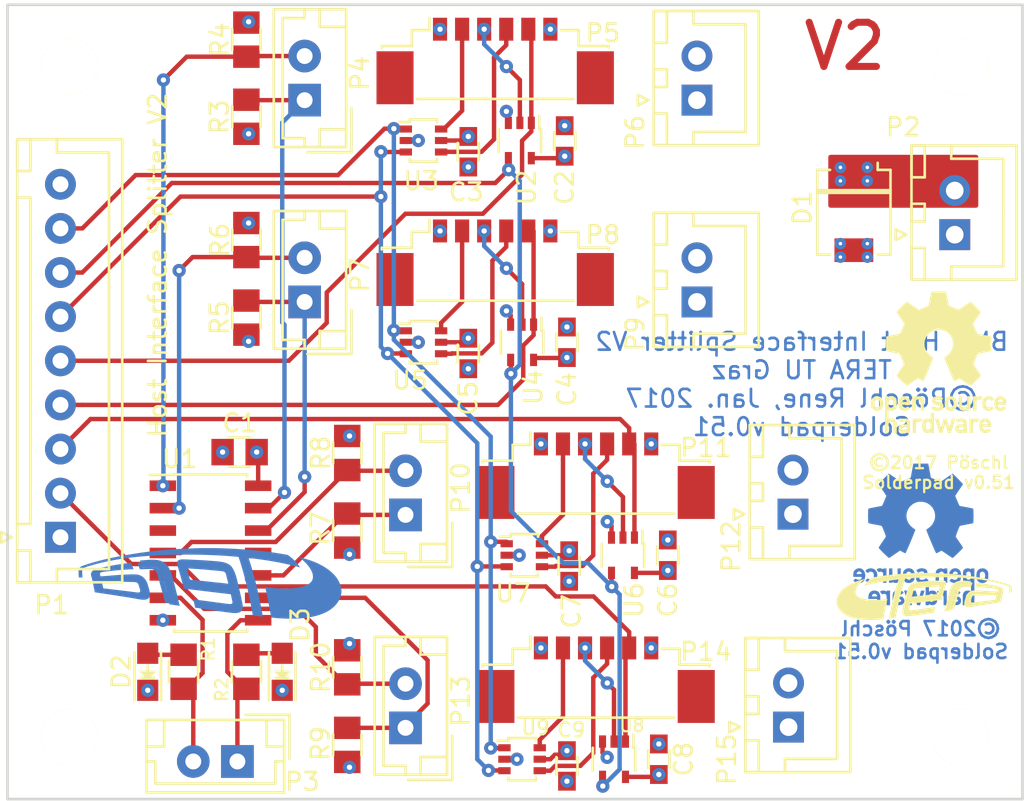
<source format=kicad_pcb>
(kicad_pcb (version 4) (host pcbnew no-vcs-found-product)
  (title_block (title "BMS Host Interface Splitter") (date 2017-01-06) (rev 2) (company "TERA TU Graz") (comment 1 "Rene Pöschl"))
  (layers (0 F.Cu signal) (1 In1.Cu signal hide) (2 In2.Cu signal hide) (31 B.Cu signal) (34 B.Paste user) (35 F.Paste user) (36 B.SilkS user) (37 F.SilkS user hide) (38 B.Mask user) (39 F.Mask user) (44 Edge.Cuts user))
  (net 0 "")
  (net 1 /~ALERT1)
  (net 2 GND)
  (net 3 /~FAULT1)
  (net 4 /~ALERT4)
  (net 5 /~FAULT4)
  (net 6 /~ALERT3)
  (net 7 /~ALERT2)
  (net 8 /~FAULT2)
  (net 9 /~FAULT3)
  (net 10 +5V)
  (net 11 "Net-(P3-Pad1)")
  (net 12 "Net-(D3-Pad2)")
  (net 13 "Net-(P3-Pad2)")
  (net 14 "Net-(D2-Pad2)")
  (net 15 +12V)
  (net 16 /CLK)
  (net 17 /MOSI)
  (net 18 /Line4/MOSI_S)
  (net 19 /Line4/CLK_S)
  (net 20 /Line1/MOSI_S)
  (net 21 /Line1/CLK_S)
  (net 22 /Line3/MOSI_S)
  (net 23 /Line3/CLK_S)
  (net 24 /Line2/MOSI_S)
  (net 25 /Line2/CLK_S)
  (net 26 /NCS4)
  (net 27 /Line4/MISO_S)
  (net 28 /MISO)
  (net 29 /NCS3)
  (net 30 /Line3/MISO_S)
  (net 31 /NCS1)
  (net 32 /Line1/MISO_S)
  (net 33 /NCS2)
  (net 34 /Line2/MISO_S)
  (module Mounting_Holes:MountingHole_3.2mm_M3 (layer F.Cu) (at 155.5 122.5)
    (fp_text reference REF** hide)
    (fp_text value MountingHole_3.2mm_M3 hide)
    (pad 1 np_thru_hole circle (at 0 0) (size 3.2 3.2) (drill 3.2) (layers *.Cu *.Mask F.SilkS))
  )
  (module Mounting_Holes:MountingHole_3.2mm_M3 (layer F.Cu) (at 105 122.5)
    (fp_text reference REF** hide)
    (fp_text value MountingHole_3.2mm_M3 hide)
    (pad 1 np_thru_hole circle (at 0 0) (size 3.2 3.2) (drill 3.2) (layers *.Cu *.Mask F.SilkS))
  )
  (module Mounting_Holes:MountingHole_3.2mm_M3 (layer F.Cu) (at 155.5 84.5)
    (fp_text reference REF** hide)
    (fp_text value MountingHole_3.2mm_M3 hide)
    (pad 1 np_thru_hole circle (at 0 0) (size 3.2 3.2) (drill 3.2) (layers *.Cu *.Mask F.SilkS))
  )
  (module tera_rlc:R_0805in (layer F.Cu) (at 115.033 82.976 90)
    (fp_text reference R4)
    (fp_text value 10K)
    (fp_text user %R (at 0 -1.5 90) (layer F.SilkS))
    (pad 1 smd rect (at -0.965 0 90) (size 1.27 1.5) (layers F.Cu F.Paste F.Mask) (net 1 /~ALERT1))
    (pad 2 smd rect (at 0.965 0 90) (size 1.27 1.5) (layers F.Cu F.Paste F.Mask) (net 2 GND))
  )
  (module tera_rlc:R_0805in (layer F.Cu) (at 115.033 87.345 270)
    (fp_text reference R3)
    (fp_text value 10K)
    (fp_text user %R (at 0 1.524 270) (layer F.SilkS))
    (pad 1 smd rect (at -0.965 0 270) (size 1.27 1.5) (layers F.Cu F.Paste F.Mask) (net 3 /~FAULT1))
    (pad 2 smd rect (at 0.965 0 270) (size 1.27 1.5) (layers F.Cu F.Paste F.Mask) (net 2 GND))
  )
  (module tera_rlc:R_0805in (layer F.Cu) (at 120.748 118.536 90)
    (fp_text reference R10)
    (fp_text value 10K)
    (fp_text user %R (at 0 -1.5 90) (layer F.SilkS))
    (pad 1 smd rect (at -0.965 0 90) (size 1.27 1.5) (layers F.Cu F.Paste F.Mask) (net 4 /~ALERT4))
    (pad 2 smd rect (at 0.965 0 90) (size 1.27 1.5) (layers F.Cu F.Paste F.Mask) (net 2 GND))
  )
  (module tera_rlc:R_0805in (layer F.Cu) (at 120.748 122.93 270)
    (fp_text reference R9)
    (fp_text value 10K)
    (fp_text user %R (at -0.076 1.524 270) (layer F.SilkS))
    (pad 1 smd rect (at -0.965 0 270) (size 1.27 1.5) (layers F.Cu F.Paste F.Mask) (net 5 /~FAULT4))
    (pad 2 smd rect (at 0.965 0 270) (size 1.27 1.5) (layers F.Cu F.Paste F.Mask) (net 2 GND))
  )
  (module tera_rlc:R_0805in (layer F.Cu) (at 120.748 106.395 90)
    (fp_text reference R8)
    (fp_text value 10K)
    (fp_text user %R (at 0 -1.5 90) (layer F.SilkS))
    (pad 1 smd rect (at -0.965 0 90) (size 1.27 1.5) (layers F.Cu F.Paste F.Mask) (net 6 /~ALERT3))
    (pad 2 smd rect (at 0.965 0 90) (size 1.27 1.5) (layers F.Cu F.Paste F.Mask) (net 2 GND))
  )
  (module tera_rlc:R_0805in (layer F.Cu) (at 115.033 94.33 90)
    (fp_text reference R6)
    (fp_text value 10K)
    (fp_text user %R (at 0 -1.5 90) (layer F.SilkS))
    (pad 1 smd rect (at -0.965 0 90) (size 1.27 1.5) (layers F.Cu F.Paste F.Mask) (net 7 /~ALERT2))
    (pad 2 smd rect (at 0.965 0 90) (size 1.27 1.5) (layers F.Cu F.Paste F.Mask) (net 2 GND))
  )
  (module tera_rlc:R_0805in (layer F.Cu) (at 115.033 98.724 270)
    (fp_text reference R5)
    (fp_text value 10K)
    (fp_text user %R (at 0 1.524 270) (layer F.SilkS))
    (pad 1 smd rect (at -0.965 0 270) (size 1.27 1.5) (layers F.Cu F.Paste F.Mask) (net 8 /~FAULT2))
    (pad 2 smd rect (at 0.965 0 270) (size 1.27 1.5) (layers F.Cu F.Paste F.Mask) (net 2 GND))
  )
  (module tera_rlc:R_0805in (layer F.Cu) (at 120.748 110.789 270)
    (fp_text reference R7)
    (fp_text value 10K)
    (fp_text user %R (at -0.127 1.524 270) (layer F.SilkS))
    (pad 1 smd rect (at -0.965 0 270) (size 1.27 1.5) (layers F.Cu F.Paste F.Mask) (net 9 /~FAULT3))
    (pad 2 smd rect (at 0.965 0 270) (size 1.27 1.5) (layers F.Cu F.Paste F.Mask) (net 2 GND))
  )
  (module tera_rlc:C_0805in (layer F.Cu) (at 114.652 106.344 180)
    (fp_text reference C1)
    (fp_text value 100n)
    (fp_text user %R (at 0 1.651 180) (layer F.SilkS))
    (pad 1 smd rect (at -0.965 0 180) (size 1.27 1.5) (layers F.Cu F.Paste F.Mask) (net 10 +5V))
    (pad 2 smd rect (at 0.965 0 180) (size 1.27 1.5) (layers F.Cu F.Paste F.Mask) (net 2 GND))
  )
  (module tera_rlc:C_0805in (layer F.Cu) (at 115.033 118.79 90)
    (fp_text reference R2)
    (fp_text value 5k1)
    (fp_text user %R (at -1.016 -1.397 90) (layer F.SilkS) (effects (font (size 0.7 0.7) (thickness 0.12))))
    (pad 1 smd rect (at -0.965 0 90) (size 1.27 1.5) (layers F.Cu F.Paste F.Mask) (net 11 "Net-(P3-Pad1)"))
    (pad 2 smd rect (at 0.965 0 90) (size 1.27 1.5) (layers F.Cu F.Paste F.Mask) (net 12 "Net-(D3-Pad2)"))
  )
  (module tera_rlc:C_0805in (layer F.Cu) (at 111.477 118.79 90)
    (fp_text reference R1)
    (fp_text value 5k1)
    (fp_text user %R (at 1.27 1.397 90) (layer F.SilkS) (effects (font (size 0.7 0.7) (thickness 0.12))))
    (pad 1 smd rect (at -0.965 0 90) (size 1.27 1.5) (layers F.Cu F.Paste F.Mask) (net 13 "Net-(P3-Pad2)"))
    (pad 2 smd rect (at 0.965 0 90) (size 1.27 1.5) (layers F.Cu F.Paste F.Mask) (net 14 "Net-(D2-Pad2)"))
  )
  (module tera_atomic_ic:SN74HC21D (layer F.Cu) (at 113.001 112.059)
    (fp_text reference U1)
    (fp_text value SN74HC21D)
    (fp_text user %R (at -1.751 -5.334) (layer F.SilkS))
    (pad 1 smd rect (at -2.7 -3.81) (size 1.5 0.6) (layers F.Cu F.Paste F.Mask) (net 1 /~ALERT1))
    (pad 2 smd rect (at -2.7 -2.54) (size 1.5 0.6) (layers F.Cu F.Paste F.Mask) (net 7 /~ALERT2))
    (pad 3 smd rect (at -2.7 -1.27) (size 1.5 0.6) (layers F.Cu F.Paste F.Mask))
    (pad 4 smd rect (at -2.7 0) (size 1.5 0.6) (layers F.Cu F.Paste F.Mask) (net 6 /~ALERT3))
    (pad 5 smd rect (at -2.7 1.27) (size 1.5 0.6) (layers F.Cu F.Paste F.Mask) (net 4 /~ALERT4))
    (pad 6 smd rect (at -2.7 2.54) (size 1.5 0.6) (layers F.Cu F.Paste F.Mask) (net 13 "Net-(P3-Pad2)"))
    (pad 7 smd rect (at -2.7 3.81) (size 1.5 0.6) (layers F.Cu F.Paste F.Mask) (net 2 GND))
    (pad 8 smd rect (at 2.7 3.81) (size 1.5 0.6) (layers F.Cu F.Paste F.Mask) (net 11 "Net-(P3-Pad1)"))
    (pad 9 smd rect (at 2.7 2.54) (size 1.5 0.6) (layers F.Cu F.Paste F.Mask) (net 5 /~FAULT4))
    (pad 10 smd rect (at 2.7 1.27) (size 1.5 0.6) (layers F.Cu F.Paste F.Mask) (net 9 /~FAULT3))
    (pad 11 smd rect (at 2.7 0) (size 1.5 0.6) (layers F.Cu F.Paste F.Mask))
    (pad 12 smd rect (at 2.7 -1.27) (size 1.5 0.6) (layers F.Cu F.Paste F.Mask) (net 8 /~FAULT2))
    (pad 13 smd rect (at 2.7 -2.54) (size 1.5 0.6) (layers F.Cu F.Paste F.Mask) (net 3 /~FAULT1))
    (pad 14 smd rect (at 2.7 -3.81) (size 1.5 0.6) (layers F.Cu F.Paste F.Mask) (net 10 +5V))
  )
  (module Mounting_Holes:MountingHole_3.2mm_M3 (layer F.Cu) (at 105 84.5)
    (fp_text reference REF** hide)
    (fp_text value MountingHole_3.2mm_M3 hide)
    (pad 1 np_thru_hole circle (at 0 0) (size 3.2 3.2) (drill 3.2) (layers *.Cu *.Mask F.SilkS))
  )
  (module tera_atomic_ic:NC7WZ16P6X (layer F.Cu) (at 125.066 100.121)
    (fp_text reference U5)
    (fp_text value NC7WZ16P6X)
    (fp_text user %R (at -0.762 2.159) (layer F.SilkS))
    (pad 1 smd rect (at -1 -0.65) (size 0.7 0.4) (layers F.Cu F.Paste F.Mask) (net 16 /CLK))
    (pad 2 smd rect (at -1 0) (size 0.7 0.4) (layers F.Cu F.Paste F.Mask) (net 2 GND))
    (pad 3 smd rect (at -1 0.65) (size 0.7 0.4) (layers F.Cu F.Paste F.Mask) (net 17 /MOSI))
    (pad 4 smd rect (at 1 0.65) (size 0.7 0.4) (layers F.Cu F.Paste F.Mask) (net 24 /Line2/MOSI_S))
    (pad 5 smd rect (at 1 0) (size 0.7 0.4) (layers F.Cu F.Paste F.Mask) (net 10 +5V))
    (pad 6 smd rect (at 1 -0.65) (size 0.7 0.4) (layers F.Cu F.Paste F.Mask) (net 25 /Line2/CLK_S))
  )
  (module tera_atomic_ic:NC7WZ16P6X (layer F.Cu) (at 130.781 112.186)
    (fp_text reference U7)
    (fp_text value NC7WZ16P6X)
    (fp_text user %R (at -0.635 2.159) (layer F.SilkS))
    (pad 1 smd rect (at -1 -0.65) (size 0.7 0.4) (layers F.Cu F.Paste F.Mask) (net 16 /CLK))
    (pad 2 smd rect (at -1 0) (size 0.7 0.4) (layers F.Cu F.Paste F.Mask) (net 2 GND))
    (pad 3 smd rect (at -1 0.65) (size 0.7 0.4) (layers F.Cu F.Paste F.Mask) (net 17 /MOSI))
    (pad 4 smd rect (at 1 0.65) (size 0.7 0.4) (layers F.Cu F.Paste F.Mask) (net 22 /Line3/MOSI_S))
    (pad 5 smd rect (at 1 0) (size 0.7 0.4) (layers F.Cu F.Paste F.Mask) (net 10 +5V))
    (pad 6 smd rect (at 1 -0.65) (size 0.7 0.4) (layers F.Cu F.Paste F.Mask) (net 23 /Line3/CLK_S))
  )
  (module tera_atomic_ic:NC7WZ16P6X (layer F.Cu) (at 125.066 88.691)
    (fp_text reference U3)
    (fp_text value NC7WZ16P6X)
    (fp_text user %R (at -0.127 2.286) (layer F.SilkS))
    (pad 1 smd rect (at -1 -0.65) (size 0.7 0.4) (layers F.Cu F.Paste F.Mask) (net 16 /CLK))
    (pad 2 smd rect (at -1 0) (size 0.7 0.4) (layers F.Cu F.Paste F.Mask) (net 2 GND))
    (pad 3 smd rect (at -1 0.65) (size 0.7 0.4) (layers F.Cu F.Paste F.Mask) (net 17 /MOSI))
    (pad 4 smd rect (at 1 0.65) (size 0.7 0.4) (layers F.Cu F.Paste F.Mask) (net 20 /Line1/MOSI_S))
    (pad 5 smd rect (at 1 0) (size 0.7 0.4) (layers F.Cu F.Paste F.Mask) (net 10 +5V))
    (pad 6 smd rect (at 1 -0.65) (size 0.7 0.4) (layers F.Cu F.Paste F.Mask) (net 21 /Line1/CLK_S))
  )
  (module tera_atomic_ic:NC7WZ16P6X (layer F.Cu) (at 130.654 123.743)
    (fp_text reference U9)
    (fp_text value NC7WZ16P6X)
    (fp_text user %R (at 0.762 -1.778) (layer F.SilkS) (effects (font (size 0.8 0.8) (thickness 0.13))))
    (pad 1 smd rect (at -1 -0.65) (size 0.7 0.4) (layers F.Cu F.Paste F.Mask) (net 16 /CLK))
    (pad 2 smd rect (at -1 0) (size 0.7 0.4) (layers F.Cu F.Paste F.Mask) (net 2 GND))
    (pad 3 smd rect (at -1 0.65) (size 0.7 0.4) (layers F.Cu F.Paste F.Mask) (net 17 /MOSI))
    (pad 4 smd rect (at 1 0.65) (size 0.7 0.4) (layers F.Cu F.Paste F.Mask) (net 18 /Line4/MOSI_S))
    (pad 5 smd rect (at 1 0) (size 0.7 0.4) (layers F.Cu F.Paste F.Mask) (net 10 +5V))
    (pad 6 smd rect (at 1 -0.65) (size 0.7 0.4) (layers F.Cu F.Paste F.Mask) (net 19 /Line4/CLK_S))
  )
  (module tera_rlc:C_0603in (layer F.Cu) (at 133.321 112.797 90)
    (fp_text reference C7)
    (fp_text value 100n)
    (fp_text user %R (at -2.564 0.127 90) (layer F.SilkS))
    (pad 1 smd rect (at -0.865 0 90) (size 1.07 1) (layers F.Cu F.Paste F.Mask) (net 2 GND))
    (pad 2 smd rect (at 0.865 0 90) (size 1.07 1) (layers F.Cu F.Paste F.Mask) (net 10 +5V))
  )
  (module tera_rlc:C_0603in (layer F.Cu) (at 127.606 89.326 90)
    (fp_text reference C3)
    (fp_text value 100n)
    (fp_text user %R (at -2.286 -0.127 180) (layer F.SilkS))
    (pad 1 smd rect (at -0.865 0 90) (size 1.07 1) (layers F.Cu F.Paste F.Mask) (net 2 GND))
    (pad 2 smd rect (at 0.865 0 90) (size 1.07 1) (layers F.Cu F.Paste F.Mask) (net 10 +5V))
  )
  (module tera_rlc:C_0603in (layer F.Cu) (at 133.194 100.121 90)
    (fp_text reference C4)
    (fp_text value 100n)
    (fp_text user %R (at -2.667 0 90) (layer F.SilkS))
    (pad 1 smd rect (at -0.865 0 90) (size 1.07 1) (layers F.Cu F.Paste F.Mask) (net 10 +5V))
    (pad 2 smd rect (at 0.865 0 90) (size 1.07 1) (layers F.Cu F.Paste F.Mask) (net 2 GND))
  )
  (module tera_rlc:C_0603in (layer F.Cu) (at 127.606 100.756 90)
    (fp_text reference C5)
    (fp_text value 100n)
    (fp_text user %R (at -2.54 0 90) (layer F.SilkS))
    (pad 1 smd rect (at -0.865 0 90) (size 1.07 1) (layers F.Cu F.Paste F.Mask) (net 2 GND))
    (pad 2 smd rect (at 0.865 0 90) (size 1.07 1) (layers F.Cu F.Paste F.Mask) (net 10 +5V))
  )
  (module tera_rlc:C_0603in (layer F.Cu) (at 138.909 112.186 90)
    (fp_text reference C6)
    (fp_text value 100n)
    (fp_text user %R (at -2.54 0 90) (layer F.SilkS))
    (pad 1 smd rect (at -0.865 0 90) (size 1.07 1) (layers F.Cu F.Paste F.Mask) (net 10 +5V))
    (pad 2 smd rect (at 0.865 0 90) (size 1.07 1) (layers F.Cu F.Paste F.Mask) (net 2 GND))
  )
  (module tera_rlc:C_0603in (layer F.Cu) (at 138.401 123.743 90)
    (fp_text reference C8)
    (fp_text value 100n)
    (fp_text user %R (at 0 1.397 90) (layer F.SilkS))
    (pad 1 smd rect (at -0.865 0 90) (size 1.07 1) (layers F.Cu F.Paste F.Mask) (net 10 +5V))
    (pad 2 smd rect (at 0.865 0 90) (size 1.07 1) (layers F.Cu F.Paste F.Mask) (net 2 GND))
  )
  (module tera_rlc:C_0603in (layer F.Cu) (at 133.194 124.124 90)
    (fp_text reference C9)
    (fp_text value 100n)
    (fp_text user %R (at 2.032 0.254 180) (layer F.SilkS) (effects (font (size 0.8 0.8) (thickness 0.13))))
    (pad 1 smd rect (at -0.865 0 90) (size 1.07 1) (layers F.Cu F.Paste F.Mask) (net 2 GND))
    (pad 2 smd rect (at 0.865 0 90) (size 1.07 1) (layers F.Cu F.Paste F.Mask) (net 10 +5V))
  )
  (module tera_rlc:C_0603in (layer F.Cu) (at 133.067 88.715 90)
    (fp_text reference C2)
    (fp_text value 100n)
    (fp_text user %R (at -2.643 0 90) (layer F.SilkS))
    (pad 1 smd rect (at -0.865 0 90) (size 1.07 1) (layers F.Cu F.Paste F.Mask) (net 10 +5V))
    (pad 2 smd rect (at 0.865 0 90) (size 1.07 1) (layers F.Cu F.Paste F.Mask) (net 2 GND))
  )
  (module tera_atomic_ic:74HCT1G125GW-Q100H (layer F.Cu) (at 130.654 100.121 270)
    (fp_text reference U4)
    (fp_text value 74HCT1G125GW-Q100)
    (fp_text user %R (at 2.54 -0.635 270) (layer F.SilkS))
    (pad 1 smd rect (at -1 -0.65 270) (size 0.7 0.4) (layers F.Cu F.Paste F.Mask) (net 33 /NCS2))
    (pad 3 smd rect (at -1 0.65 270) (size 0.7 0.4) (layers F.Cu F.Paste F.Mask) (net 2 GND))
    (pad 5 smd rect (at 1 -0.65 270) (size 0.7 0.4) (layers F.Cu F.Paste F.Mask) (net 10 +5V))
    (pad 2 smd rect (at -1 0 270) (size 0.7 0.4) (layers F.Cu F.Paste F.Mask) (net 34 /Line2/MISO_S))
    (pad 4 smd rect (at 1 0.65 270) (size 0.7 0.4) (layers F.Cu F.Paste F.Mask) (net 28 /MISO))
  )
  (module tera_atomic_ic:74HCT1G125GW-Q100H (layer F.Cu) (at 130.527 88.691 270)
    (fp_text reference U2)
    (fp_text value 74HCT1G125GW-Q100)
    (fp_text user %R (at 2.667 -0.381 270) (layer F.SilkS))
    (pad 1 smd rect (at -1 -0.65 270) (size 0.7 0.4) (layers F.Cu F.Paste F.Mask) (net 31 /NCS1))
    (pad 3 smd rect (at -1 0.65 270) (size 0.7 0.4) (layers F.Cu F.Paste F.Mask) (net 2 GND))
    (pad 5 smd rect (at 1 -0.65 270) (size 0.7 0.4) (layers F.Cu F.Paste F.Mask) (net 10 +5V))
    (pad 2 smd rect (at -1 0 270) (size 0.7 0.4) (layers F.Cu F.Paste F.Mask) (net 32 /Line1/MISO_S))
    (pad 4 smd rect (at 1 0.65 270) (size 0.7 0.4) (layers F.Cu F.Paste F.Mask) (net 28 /MISO))
  )
  (module tera_atomic_ic:74HCT1G125GW-Q100H (layer F.Cu) (at 136.369 112.186 270)
    (fp_text reference U6)
    (fp_text value 74HCT1G125GW-Q100)
    (fp_text user %R (at 2.54 -0.635 270) (layer F.SilkS))
    (pad 1 smd rect (at -1 -0.65 270) (size 0.7 0.4) (layers F.Cu F.Paste F.Mask) (net 29 /NCS3))
    (pad 3 smd rect (at -1 0.65 270) (size 0.7 0.4) (layers F.Cu F.Paste F.Mask) (net 2 GND))
    (pad 5 smd rect (at 1 -0.65 270) (size 0.7 0.4) (layers F.Cu F.Paste F.Mask) (net 10 +5V))
    (pad 2 smd rect (at -1 0 270) (size 0.7 0.4) (layers F.Cu F.Paste F.Mask) (net 30 /Line3/MISO_S))
    (pad 4 smd rect (at 1 0.65 270) (size 0.7 0.4) (layers F.Cu F.Paste F.Mask) (net 28 /MISO))
  )
  (module tera_atomic_ic:74HCT1G125GW-Q100H (layer F.Cu) (at 135.861 123.743 270)
    (fp_text reference U8)
    (fp_text value 74HCT1G125GW-Q100)
    (fp_text user %R (at -1.905 -1.016) (layer F.SilkS) (effects (font (size 0.7 0.7) (thickness 0.12))))
    (pad 1 smd rect (at -1 -0.65 270) (size 0.7 0.4) (layers F.Cu F.Paste F.Mask) (net 26 /NCS4))
    (pad 3 smd rect (at -1 0.65 270) (size 0.7 0.4) (layers F.Cu F.Paste F.Mask) (net 2 GND))
    (pad 5 smd rect (at 1 -0.65 270) (size 0.7 0.4) (layers F.Cu F.Paste F.Mask) (net 10 +5V))
    (pad 2 smd rect (at -1 0 270) (size 0.7 0.4) (layers F.Cu F.Paste F.Mask) (net 27 /Line4/MISO_S))
    (pad 4 smd rect (at 1 0.65 270) (size 0.7 0.4) (layers F.Cu F.Paste F.Mask) (net 28 /MISO))
  )
  (module tera_diodes:LED_0805 (layer F.Cu) (at 117.065 118.79 90)
    (fp_text reference D3)
    (fp_text value ~Fault)
    (fp_text user %R (at 2.667 1.016 90) (layer F.SilkS))
    (pad 2 smd rect (at 1.04902 0 270) (size 1.19888 1.19888) (layers F.Cu F.Paste F.Mask) (net 12 "Net-(D3-Pad2)"))
    (pad 1 smd rect (at -1.04902 0 270) (size 1.19888 1.19888) (layers F.Cu F.Paste F.Mask) (net 2 GND))
  )
  (module tera_diodes:LED_0805 (layer F.Cu) (at 109.445 118.79 90)
    (fp_text reference D2)
    (fp_text value ~Alert)
    (fp_text user %R (at 0 -1.5 90) (layer F.SilkS))
    (pad 2 smd rect (at 1.04902 0 270) (size 1.19888 1.19888) (layers F.Cu F.Paste F.Mask) (net 14 "Net-(D2-Pad2)"))
    (pad 1 smd rect (at -1.04902 0 270) (size 1.19888 1.19888) (layers F.Cu F.Paste F.Mask) (net 2 GND))
  )
  (module tera_diodes:DO-214AA_with_vias_in_pad (layer F.Cu) (at 149.45 92.755 270)
    (fp_text reference D1)
    (fp_text value 18V)
    (fp_text user %R (at -0.254 2.921 270) (layer F.SilkS))
    (pad 2 smd rect (at 2.15 0 270) (size 1.34 2.2) (layers F.Cu F.Paste F.Mask) (net 2 GND))
    (pad 1 smd rect (at -2.15 0 270) (size 1.34 2.2) (layers F.Cu F.Paste F.Mask) (net 15 +12V))
    (pad 1 thru_hole circle (at -1.778 -0.762 270) (size 0.65 0.65) (drill 0.2) (layers *.Cu *.Mask) (net 15 +12V))
    (pad 1 thru_hole circle (at -2.54 -0.762 270) (size 0.65 0.65) (drill 0.2) (layers *.Cu *.Mask) (net 15 +12V))
    (pad 1 thru_hole circle (at -2.54 0.762 270) (size 0.65 0.65) (drill 0.2) (layers *.Cu *.Mask) (net 15 +12V))
    (pad 1 thru_hole circle (at -1.778 0.762 270) (size 0.65 0.65) (drill 0.2) (layers *.Cu *.Mask) (net 15 +12V))
    (pad 2 thru_hole circle (at 1.778 -0.762 270) (size 0.65 0.65) (drill 0.2) (layers *.Cu *.Mask) (net 2 GND))
    (pad 2 thru_hole circle (at 2.54 -0.762 270) (size 0.65 0.65) (drill 0.2) (layers *.Cu *.Mask) (net 2 GND))
    (pad 2 thru_hole circle (at 2.54 0.762 270) (size 0.65 0.65) (drill 0.2) (layers *.Cu *.Mask) (net 2 GND))
    (pad 2 thru_hole circle (at 1.778 0.762 270) (size 0.65 0.65) (drill 0.2) (layers *.Cu *.Mask) (net 2 GND))
  )
  (module tera_Connectors_JST:JST_EH_B02B-EH-A_02x2.50mm_Straight (layer F.Cu) (at 114.525 123.87 180)
    (fp_text reference P3)
    (fp_text value Digital_Out)
    (fp_text user %R (at -3.683 -1.143 180) (layer F.SilkS))
    (pad 1 thru_hole rect (at 0 0 180) (size 1.85 1.85) (drill 0.9) (layers *.Cu *.Mask) (net 11 "Net-(P3-Pad1)"))
    (pad 2 thru_hole circle (at 2.5 0 180) (size 1.85 1.85) (drill 0.9) (layers *.Cu *.Mask) (net 13 "Net-(P3-Pad2)"))
  )
  (module tera_Connectors_JST:JST_EH_B02B-EH-A_02x2.50mm_Straight (layer F.Cu) (at 118.335 97.835 90)
    (fp_text reference P7)
    (fp_text value Digital_In)
    (fp_text user %R (at 1.524 3.119 90) (layer F.SilkS))
    (pad 1 thru_hole rect (at 0 0 90) (size 1.85 1.85) (drill 0.9) (layers *.Cu *.Mask) (net 8 /~FAULT2))
    (pad 2 thru_hole circle (at 2.5 0 90) (size 1.85 1.85) (drill 0.9) (layers *.Cu *.Mask) (net 7 /~ALERT2))
  )
  (module tera_Connectors_JST:JST_EH_B02B-EH-A_02x2.50mm_Straight (layer F.Cu) (at 124.05 109.9 90)
    (fp_text reference P10)
    (fp_text value Digital_In)
    (fp_text user %R (at 1.524 3.119 90) (layer F.SilkS))
    (pad 1 thru_hole rect (at 0 0 90) (size 1.85 1.85) (drill 0.9) (layers *.Cu *.Mask) (net 9 /~FAULT3))
    (pad 2 thru_hole circle (at 2.5 0 90) (size 1.85 1.85) (drill 0.9) (layers *.Cu *.Mask) (net 6 /~ALERT3))
  )
  (module tera_Connectors_JST:JST_EH_B02B-EH-A_02x2.50mm_Straight (layer F.Cu) (at 124.05 121.965 90)
    (fp_text reference P13)
    (fp_text value Digital_In)
    (fp_text user %R (at 1.524 3.119 90) (layer F.SilkS))
    (pad 1 thru_hole rect (at 0 0 90) (size 1.85 1.85) (drill 0.9) (layers *.Cu *.Mask) (net 5 /~FAULT4))
    (pad 2 thru_hole circle (at 2.5 0 90) (size 1.85 1.85) (drill 0.9) (layers *.Cu *.Mask) (net 4 /~ALERT4))
  )
  (module tera_Connectors_JST:JST_EH_B02B-EH-A_02x2.50mm_Straight (layer F.Cu) (at 118.335 86.405 90)
    (fp_text reference P4)
    (fp_text value Digital_In)
    (fp_text user %R (at 1.524 3.119 90) (layer F.SilkS))
    (pad 1 thru_hole rect (at 0 0 90) (size 1.85 1.85) (drill 0.9) (layers *.Cu *.Mask) (net 3 /~FAULT1))
    (pad 2 thru_hole circle (at 2.5 0 90) (size 1.85 1.85) (drill 0.9) (layers *.Cu *.Mask) (net 1 /~ALERT1))
  )
  (module tera_Connectors_JST:JST_XH_B02B-XH-A_02x2.50mm_Straight (layer F.Cu) (at 140.56 97.835 90)
    (fp_text reference P9)
    (fp_text value 12V_Out)
    (fp_text user %R (at -1.822 -3.5 90) (layer F.SilkS))
    (pad 1 thru_hole rect (at 0 0 90) (size 1.75 1.75) (drill 1) (layers *.Cu *.Mask) (net 2 GND))
    (pad 2 thru_hole circle (at 2.5 0 90) (size 1.75 1.75) (drill 1) (layers *.Cu *.Mask) (net 15 +12V))
  )
  (module tera_Connectors_JST:JST_XH_B02B-XH-A_02x2.50mm_Straight (layer F.Cu) (at 155.165 94.025 90)
    (fp_text reference P2)
    (fp_text value 12V)
    (fp_text user %R (at 6.096 -2.921 180) (layer F.SilkS))
    (pad 1 thru_hole rect (at 0 0 90) (size 1.75 1.75) (drill 1) (layers *.Cu *.Mask) (net 2 GND))
    (pad 2 thru_hole circle (at 2.5 0 90) (size 1.75 1.75) (drill 1) (layers *.Cu *.Mask) (net 15 +12V))
  )
  (module tera_Connectors_JST:JST_XH_B02B-XH-A_02x2.50mm_Straight (layer F.Cu) (at 140.56 86.405 90)
    (fp_text reference P6)
    (fp_text value 12V_Out)
    (fp_text user %R (at -1.822 -3.5 90) (layer F.SilkS))
    (pad 1 thru_hole rect (at 0 0 90) (size 1.75 1.75) (drill 1) (layers *.Cu *.Mask) (net 2 GND))
    (pad 2 thru_hole circle (at 2.5 0 90) (size 1.75 1.75) (drill 1) (layers *.Cu *.Mask) (net 15 +12V))
  )
  (module tera_Connectors_JST:JST_XH_B02B-XH-A_02x2.50mm_Straight (layer F.Cu) (at 146 109.86 90)
    (fp_text reference P12)
    (fp_text value 12V_Out)
    (fp_text user %R (at -1.822 -3.5 90) (layer F.SilkS))
    (pad 1 thru_hole rect (at 0 0 90) (size 1.75 1.75) (drill 1) (layers *.Cu *.Mask) (net 2 GND))
    (pad 2 thru_hole circle (at 2.5 0 90) (size 1.75 1.75) (drill 1) (layers *.Cu *.Mask) (net 15 +12V))
  )
  (module tera_Connectors_JST:JST_XH_B02B-XH-A_02x2.50mm_Straight (layer F.Cu) (at 145.75 121.925 90)
    (fp_text reference P15)
    (fp_text value 12V_Out)
    (fp_text user %R (at -1.822 -3.5 90) (layer F.SilkS))
    (pad 1 thru_hole rect (at 0 0 90) (size 1.75 1.75) (drill 1) (layers *.Cu *.Mask) (net 2 GND))
    (pad 2 thru_hole circle (at 2.5 0 90) (size 1.75 1.75) (drill 1) (layers *.Cu *.Mask) (net 15 +12V))
  )
  (module tera_Connectors_JST:JST_XH_B09B-XH-A_09x2.50mm_Straight (layer F.Cu) (at 104.5 111.17 90)
    (fp_text reference P1)
    (fp_text value SPI_IN)
    (fp_text user %R (at -3.83 -0.5 180) (layer F.SilkS))
    (pad 1 thru_hole rect (at 0 0 90) (size 1.75 1.75) (drill 0.9) (layers *.Cu *.Mask) (net 2 GND))
    (pad 2 thru_hole circle (at 2.5 0 90) (size 1.75 1.75) (drill 0.9) (layers *.Cu *.Mask) (net 26 /NCS4))
    (pad 3 thru_hole circle (at 5 0 90) (size 1.75 1.75) (drill 0.9) (layers *.Cu *.Mask) (net 29 /NCS3))
    (pad 4 thru_hole circle (at 7.5 0 90) (size 1.75 1.75) (drill 0.9) (layers *.Cu *.Mask) (net 33 /NCS2))
    (pad 5 thru_hole circle (at 10 0 90) (size 1.75 1.75) (drill 0.9) (layers *.Cu *.Mask) (net 31 /NCS1))
    (pad 6 thru_hole circle (at 12.5 0 90) (size 1.75 1.75) (drill 0.9) (layers *.Cu *.Mask) (net 17 /MOSI))
    (pad 7 thru_hole circle (at 15 0 90) (size 1.75 1.75) (drill 0.9) (layers *.Cu *.Mask) (net 28 /MISO))
    (pad 8 thru_hole circle (at 17.5 0 90) (size 1.75 1.75) (drill 0.9) (layers *.Cu *.Mask) (net 16 /CLK))
    (pad 9 thru_hole circle (at 20 0 90) (size 1.75 1.75) (drill 0.9) (layers *.Cu *.Mask) (net 10 +5V))
  )
  (module tera_Connectors_Molex:Molex_PicoBlade_53398-0671_06x1.25mm_Straight (layer F.Cu) (at 129.13 85.135)
    (fp_text reference P5)
    (fp_text value SPI_Out)
    (fp_text user %R (at 6.098 -2.53) (layer F.SilkS))
    (pad 1 smd rect (at -3.125 -2.75) (size 0.8 1.3) (layers F.Cu F.Paste F.Mask) (net 10 +5V))
    (pad 2 smd rect (at -1.875 -2.75) (size 0.8 1.3) (layers F.Cu F.Paste F.Mask) (net 21 /Line1/CLK_S))
    (pad 3 smd rect (at -0.625 -2.75) (size 0.8 1.3) (layers F.Cu F.Paste F.Mask) (net 32 /Line1/MISO_S))
    (pad 4 smd rect (at 0.625 -2.75) (size 0.8 1.3) (layers F.Cu F.Paste F.Mask) (net 20 /Line1/MOSI_S))
    (pad 5 smd rect (at 1.875 -2.75) (size 0.8 1.3) (layers F.Cu F.Paste F.Mask) (net 31 /NCS1))
    (pad 6 smd rect (at 3.125 -2.75) (size 0.8 1.3) (layers F.Cu F.Paste F.Mask) (net 2 GND))
    (pad "" smd rect (at -5.675 0) (size 2.1 3) (layers F.Cu F.Paste F.Mask))
    (pad "" smd rect (at 5.675 0) (size 2.1 3) (layers F.Cu F.Paste F.Mask))
  )
  (module tera_Connectors_Molex:Molex_PicoBlade_53398-0671_06x1.25mm_Straight (layer F.Cu) (at 129.13 96.565)
    (fp_text reference P8)
    (fp_text value SPI_Out)
    (fp_text user %R (at 6.098 -2.53) (layer F.SilkS))
    (pad 1 smd rect (at -3.125 -2.75) (size 0.8 1.3) (layers F.Cu F.Paste F.Mask) (net 10 +5V))
    (pad 2 smd rect (at -1.875 -2.75) (size 0.8 1.3) (layers F.Cu F.Paste F.Mask) (net 25 /Line2/CLK_S))
    (pad 3 smd rect (at -0.625 -2.75) (size 0.8 1.3) (layers F.Cu F.Paste F.Mask) (net 34 /Line2/MISO_S))
    (pad 4 smd rect (at 0.625 -2.75) (size 0.8 1.3) (layers F.Cu F.Paste F.Mask) (net 24 /Line2/MOSI_S))
    (pad 5 smd rect (at 1.875 -2.75) (size 0.8 1.3) (layers F.Cu F.Paste F.Mask) (net 33 /NCS2))
    (pad 6 smd rect (at 3.125 -2.75) (size 0.8 1.3) (layers F.Cu F.Paste F.Mask) (net 2 GND))
    (pad "" smd rect (at -5.675 0) (size 2.1 3) (layers F.Cu F.Paste F.Mask))
    (pad "" smd rect (at 5.675 0) (size 2.1 3) (layers F.Cu F.Paste F.Mask))
  )
  (module tera_Connectors_Molex:Molex_PicoBlade_53398-0671_06x1.25mm_Straight (layer F.Cu) (at 134.845 108.63)
    (fp_text reference P11)
    (fp_text value SPI_Out)
    (fp_text user %R (at 6.223 -2.53) (layer F.SilkS))
    (pad 1 smd rect (at -3.125 -2.75) (size 0.8 1.3) (layers F.Cu F.Paste F.Mask) (net 10 +5V))
    (pad 2 smd rect (at -1.875 -2.75) (size 0.8 1.3) (layers F.Cu F.Paste F.Mask) (net 23 /Line3/CLK_S))
    (pad 3 smd rect (at -0.625 -2.75) (size 0.8 1.3) (layers F.Cu F.Paste F.Mask) (net 30 /Line3/MISO_S))
    (pad 4 smd rect (at 0.625 -2.75) (size 0.8 1.3) (layers F.Cu F.Paste F.Mask) (net 22 /Line3/MOSI_S))
    (pad 5 smd rect (at 1.875 -2.75) (size 0.8 1.3) (layers F.Cu F.Paste F.Mask) (net 29 /NCS3))
    (pad 6 smd rect (at 3.125 -2.75) (size 0.8 1.3) (layers F.Cu F.Paste F.Mask) (net 2 GND))
    (pad "" smd rect (at -5.675 0) (size 2.1 3) (layers F.Cu F.Paste F.Mask))
    (pad "" smd rect (at 5.675 0) (size 2.1 3) (layers F.Cu F.Paste F.Mask))
  )
  (module tera_Connectors_Molex:Molex_PicoBlade_53398-0671_06x1.25mm_Straight (layer F.Cu) (at 134.845 120.187)
    (fp_text reference P14)
    (fp_text value SPI_Out)
    (fp_text user %R (at 6.223 -2.54) (layer F.SilkS))
    (pad 1 smd rect (at -3.125 -2.75) (size 0.8 1.3) (layers F.Cu F.Paste F.Mask) (net 10 +5V))
    (pad 2 smd rect (at -1.875 -2.75) (size 0.8 1.3) (layers F.Cu F.Paste F.Mask) (net 19 /Line4/CLK_S))
    (pad 3 smd rect (at -0.625 -2.75) (size 0.8 1.3) (layers F.Cu F.Paste F.Mask) (net 27 /Line4/MISO_S))
    (pad 4 smd rect (at 0.625 -2.75) (size 0.8 1.3) (layers F.Cu F.Paste F.Mask) (net 18 /Line4/MOSI_S))
    (pad 5 smd rect (at 1.875 -2.75) (size 0.8 1.3) (layers F.Cu F.Paste F.Mask) (net 26 /NCS4))
    (pad 6 smd rect (at 3.125 -2.75) (size 0.8 1.3) (layers F.Cu F.Paste F.Mask) (net 2 GND))
    (pad "" smd rect (at -5.675 0) (size 2.1 3) (layers F.Cu F.Paste F.Mask))
    (pad "" smd rect (at 5.675 0) (size 2.1 3) (layers F.Cu F.Paste F.Mask))
  )
  (module Symbols:OSHW-Logo_7.5x8mm_Copper (layer B.Cu) (at 153.25 111 180)
    (fp_text reference REF*** hide)
    (fp_text value OSHW-Logo_7.5x8mm_Copper hide)
    (fp_poly (pts (xy -2.53664 -1.952468) (xy -2.501408 -1.969874) (xy -2.45796 -2.000206) (xy -2.426294 -2.033283) (xy -2.404606 -2.074817) (xy -2.391097 -2.130522) (xy -2.383962 -2.206111) (xy -2.3814 -2.307296) (xy -2.38125 -2.350797) (xy -2.381688 -2.446135) (xy -2.383504 -2.514271) (xy -2.387455 -2.561418) (xy -2.394298 -2.59379) (xy -2.404789 -2.6176) (xy -2.415704 -2.633843) (xy -2.485381 -2.702952) (xy -2.567434 -2.744521) (xy -2.65595 -2.757023) (xy -2.745019 -2.738934) (xy -2.773237 -2.726142) (xy -2.84079 -2.690931) (xy -2.84079 -3.2427) (xy -2.791488 -3.217205) (xy -2.726527 -3.19748) (xy -2.64668 -3.192427) (xy -2.566948 -3.201756) (xy -2.506735 -3.222714) (xy -2.456792 -3.262627) (xy -2.414119 -3.319741) (xy -2.41091 -3.325605) (xy -2.397378 -3.353227) (xy -2.387495 -3.381068) (xy -2.380691 -3.414794) (xy -2.376399 -3.460071) (xy -2.374049 -3.522562) (xy -2.373072 -3.607935) (xy -2.372895 -3.70401) (xy -2.372895 -4.010526) (xy -2.556711 -4.010526) (xy -2.556711 -3.445339) (xy -2.608125 -3.402077) (xy -2.661534 -3.367472) (xy -2.712112 -3.36118) (xy -2.76297 -3.377372) (xy -2.790075 -3.393227) (xy -2.810249 -3.41581) (xy -2.824597 -3.44994) (xy -2.834224 -3.500434) (xy -2.840237 -3.572111) (xy -2.84374 -3.669788) (xy -2.844974 -3.734802) (xy -2.849145 -4.002171) (xy -2.936875 -4.007222) (xy -3.024606 -4.012273) (xy -3.024606 -2.353101) (xy -2.84079 -2.353101) (xy -2.836104 -2.4456) (xy -2.820312 -2.509809) (xy -2.790817 -2.549759) (xy -2.74502 -2.56948) (xy -2.69875 -2.573421) (xy -2.646372 -2.568892) (xy -2.61161 -2.551069) (xy -2.589872 -2.527519) (xy -2.57276 -2.502189) (xy -2.562573 -2.473969) (xy -2.55804 -2.434431) (xy -2.557891 -2.375142) (xy -2.559416 -2.325498) (xy -2.562919 -2.25071) (xy -2.568133 -2.201611) (xy -2.576913 -2.170467) (xy -2.591114 -2.149545) (xy -2.604516 -2.137452) (xy -2.660513 -2.111081) (xy -2.726789 -2.106822) (xy -2.764844 -2.115906) (xy -2.802523 -2.148196) (xy -2.827481 -2.211006) (xy -2.839578 -2.303894) (xy -2.84079 -2.353101) (xy -3.024606 -2.353101) (xy -3.024606 -1.938421) (xy -2.932698 -1.938421) (xy -2.877517 -1.940603) (xy -2.849048 -1.948351) (xy -2.840794 -1.963468) (xy -2.84079 -1.963916) (xy -2.83696 -1.97872) (xy -2.820067 -1.977039) (xy -2.786481 -1.960772) (xy -2.708222 -1.935887) (xy -2.620173 -1.933271) (xy -2.53664 -1.952468)) (layer B.Cu) (width 0.01))
    (fp_poly (pts (xy -1.839543 -3.198184) (xy -1.76093 -3.21916) (xy -1.701084 -3.25718) (xy -1.658853 -3.306978) (xy -1.645725 -3.32823) (xy -1.636032 -3.350492) (xy -1.629256 -3.37897) (xy -1.624877 -3.418871) (xy -1.622376 -3.475401) (xy -1.621232 -3.553767) (xy -1.620928 -3.659176) (xy -1.620922 -3.687142) (xy -1.620922 -4.010526) (xy -1.701132 -4.010526) (xy -1.752294 -4.006943) (xy -1.790123 -3.997866) (xy -1.799601 -3.992268) (xy -1.825512 -3.982606) (xy -1.851976 -3.992268) (xy -1.895548 -4.00433) (xy -1.95884 -4.009185) (xy -2.02899 -4.007078) (xy -2.09314 -3.998256) (xy -2.130593 -3.986937) (xy -2.203067 -3.940412) (xy -2.24836 -3.875846) (xy -2.268722 -3.79) (xy -2.268912 -3.787796) (xy -2.267125 -3.749713) (xy -2.105527 -3.749713) (xy -2.091399 -3.79303) (xy -2.068388 -3.817408) (xy -2.022196 -3.835845) (xy -1.961225 -3.843205) (xy -1.899051 -3.839583) (xy -1.849249 -3.825074) (xy -1.835297 -3.815765) (xy -1.810915 -3.772753) (xy -1.804737 -3.723857) (xy -1.804737 -3.659605) (xy -1.897182 -3.659605) (xy -1.985005 -3.666366) (xy -2.051582 -3.68552) (xy -2.092998 -3.715376) (xy -2.105527 -3.749713) (xy -2.267125 -3.749713) (xy -2.26451 -3.694004) (xy -2.233576 -3.619847) (xy -2.175419 -3.563767) (xy -2.16738 -3.558665) (xy -2.132837 -3.542055) (xy -2.090082 -3.531996) (xy -2.030314 -3.527107) (xy -1.95931 -3.525983) (xy -1.804737 -3.525921) (xy -1.804737 -3.461125) (xy -1.811294 -3.41085) (xy -1.828025 -3.377169) (xy -1.829984 -3.375376) (xy -1.867217 -3.360642) (xy -1.92342 -3.354931) (xy -1.985533 -3.357737) (xy -2.04049 -3.368556) (xy -2.073101 -3.384782) (xy -2.090772 -3.39778) (xy -2.109431 -3.400262) (xy -2.135181 -3.389613) (xy -2.174127 -3.363218) (xy -2.23237 -3.318465) (xy -2.237716 -3.314273) (xy -2.234977 -3.29876) (xy -2.212124 -3.27296) (xy -2.177391 -3.244289) (xy -2.13901 -3.220166) (xy -2.126952 -3.21447) (xy -2.082966 -3.203103) (xy -2.018513 -3.194995) (xy -1.946503 -3.191743) (xy -1.943136 -3.191736) (xy -1.839543 -3.198184)) (layer B.Cu) (width 0.01))
    (fp_poly (pts (xy -1.320119 -3.193486) (xy -1.295112 -3.200982) (xy -1.28705 -3.217451) (xy -1.286711 -3.224886) (xy -1.285264 -3.245594) (xy -1.275302 -3.248845) (xy -1.248388 -3.234648) (xy -1.232402 -3.224948) (xy -1.181967 -3.204175) (xy -1.121728 -3.193904) (xy -1.058566 -3.193114) (xy -0.999363 -3.200786) (xy -0.950998 -3.215898) (xy -0.920354 -3.237432) (xy -0.914311 -3.264366) (xy -0.917361 -3.27166) (xy -0.939594 -3.301937) (xy -0.97407 -3.339175) (xy -0.980306 -3.345195) (xy -1.013167 -3.372875) (xy -1.04152 -3.381818) (xy -1.081173 -3.375576) (xy -1.097058 -3.371429) (xy -1.146491 -3.361467) (xy -1.181248 -3.365947) (xy -1.2106 -3.381746) (xy -1.237487 -3.402949) (xy -1.25729 -3.429614) (xy -1.271052 -3.466827) (xy -1.279816 -3.519673) (xy -1.284626 -3.593237) (xy -1.286526 -3.692605) (xy -1.286711 -3.752601) (xy -1.286711 -4.010526) (xy -1.453816 -4.010526) (xy -1.453816 -3.19171) (xy -1.370264 -3.19171) (xy -1.320119 -3.193486)) (layer B.Cu) (width 0.01))
    (fp_poly (pts (xy -0.267369 -4.010526) (xy -0.359277 -4.010526) (xy -0.412623 -4.008962) (xy -0.440407 -4.002485) (xy -0.45041 -3.988418) (xy -0.451185 -3.978906) (xy -0.452872 -3.959832) (xy -0.46351 -3.956174) (xy -0.491465 -3.967932) (xy -0.513205 -3.978906) (xy -0.596668 -4.004911) (xy -0.687396 -4.006416) (xy -0.761158 -3.987021) (xy -0.829846 -3.940165) (xy -0.882206 -3.871004) (xy -0.910878 -3.789427) (xy -0.911608 -3.784866) (xy -0.915868 -3.735101) (xy -0.917986 -3.663659) (xy -0.917816 -3.609626) (xy -0.73528 -3.609626) (xy -0.731051 -3.681441) (xy -0.721432 -3.740634) (xy -0.70841 -3.77406) (xy -0.659144 -3.81974) (xy -0.60065 -3.836115) (xy -0.540329 -3.822873) (xy -0.488783 -3.783373) (xy -0.469262 -3.756807) (xy -0.457848 -3.725106) (xy -0.452502 -3.678832) (xy -0.451185 -3.609328) (xy -0.453542 -3.540499) (xy -0.459767 -3.480026) (xy -0.468592 -3.439556) (xy -0.470063 -3.435929) (xy -0.505653 -3.392802) (xy -0.5576 -3.369124) (xy -0.615722 -3.365301) (xy -0.66984 -3.381738) (xy -0.709774 -3.41884) (xy -0.713917 -3.426222) (xy -0.726884 -3.471239) (xy -0.733948 -3.535967) (xy -0.73528 -3.609626) (xy -0.917816 -3.609626) (xy -0.917729 -3.58223) (xy -0.916528 -3.538405) (xy -0.908355 -3.429988) (xy -0.89137 -3.348588) (xy -0.863113 -3.288412) (xy -0.821128 -3.243666) (xy -0.780368 -3.2174) (xy -0.723419 -3.198935) (xy -0.652589 -3.192602) (xy -0.580059 -3.19776) (xy -0.518014 -3.213769) (xy -0.485232 -3.23292) (xy -0.451185 -3.263732) (xy -0.451185 -2.87421) (xy -0.267369 -2.87421) (xy -0.267369 -4.010526)) (layer B.Cu) (width 0.01))
    (fp_poly (pts (xy 0.37413 -3.195104) (xy 0.44022 -3.200066) (xy 0.526626 -3.459079) (xy 0.613031 -3.718092) (xy 0.640124 -3.626184) (xy 0.656428 -3.569384) (xy 0.677875 -3.492625) (xy 0.701035 -3.408251) (xy 0.71328 -3.362993) (xy 0.759344 -3.19171) (xy 0.949387 -3.19171) (xy 0.892582 -3.371349) (xy 0.864607 -3.459704) (xy 0.830813 -3.566281) (xy 0.79552 -3.677454) (xy 0.764013 -3.776579) (xy 0.69225 -4.002171) (xy 0.537286 -4.012253) (xy 0.49527 -3.873528) (xy 0.469359 -3.787351) (xy 0.441083 -3.692347) (xy 0.416369 -3.608441) (xy 0.415394 -3.605102) (xy 0.396935 -3.548248) (xy 0.380649 -3.509456) (xy 0.369242 -3.494787) (xy 0.366898 -3.496483) (xy 0.358671 -3.519225) (xy 0.343038 -3.56794) (xy 0.321904 -3.636502) (xy 0.29717 -3.718785) (xy 0.283787 -3.764046) (xy 0.211311 -4.010526) (xy 0.057495 -4.010526) (xy -0.065469 -3.622006) (xy -0.100012 -3.513022) (xy -0.131479 -3.414048) (xy -0.158384 -3.329736) (xy -0.179241 -3.264734) (xy -0.192562 -3.223692) (xy -0.196612 -3.211701) (xy -0.193406 -3.199423) (xy -0.168235 -3.194046) (xy -0.115854 -3.194584) (xy -0.107655 -3.19499) (xy -0.010518 -3.200066) (xy 0.0531 -3.434013) (xy 0.076484 -3.519333) (xy 0.097381 -3.594335) (xy 0.113951 -3.652507) (xy 0.124354 -3.687337) (xy 0.126276 -3.693016) (xy 0.134241 -3.686486) (xy 0.150304 -3.652654) (xy 0.172621 -3.596127) (xy 0.199345 -3.52151) (xy 0.221937 -3.454107) (xy 0.308041 -3.190143) (xy 0.37413 -3.195104)) (layer B.Cu) (width 0.01))
    (fp_poly (pts (xy 1.379992 -3.196673) (xy 1.450427 -3.21378) (xy 1.470787 -3.222844) (xy 1.510253 -3.246583) (xy 1.540541 -3.273321) (xy 1.562952 -3.307699) (xy 1.578786 -3.35436) (xy 1.589343 -3.417946) (xy 1.595924 -3.503099) (xy 1.599828 -3.614462) (xy 1.60131 -3.688849) (xy 1.606765 -4.010526) (xy 1.51358 -4.010526) (xy 1.457047 -4.008156) (xy 1.427922 -4.000055) (xy 1.420394 -3.986451) (xy 1.41642 -3.971741) (xy 1.398652 -3.974554) (xy 1.37444 -3.986348) (xy 1.313828 -4.004427) (xy 1.235929 -4.009299) (xy 1.153995 -4.00133) (xy 1.081281 -3.980889) (xy 1.074759 -3.978051) (xy 1.008302 -3.931365) (xy 0.964491 -3.866464) (xy 0.944332 -3.7906) (xy 0.945872 -3.763344) (xy 1.110345 -3.763344) (xy 1.124837 -3.800024) (xy 1.167805 -3.826309) (xy 1.237129 -3.840417) (xy 1.274177 -3.84229) (xy 1.335919 -3.837494) (xy 1.37696 -3.818858) (xy 1.386973 -3.81) (xy 1.4141 -3.761806) (xy 1.420394 -3.718092) (xy 1.420394 -3.659605) (xy 1.33893 -3.659605) (xy 1.244234 -3.664432) (xy 1.177813 -3.679613) (xy 1.135846 -3.7062) (xy 1.126449 -3.718052) (xy 1.110345 -3.763344) (xy 0.945872 -3.763344) (xy 0.948829 -3.711026) (xy 0.978985 -3.634995) (xy 1.020131 -3.583612) (xy 1.045052 -3.561397) (xy 1.069448 -3.546798) (xy 1.101191 -3.537897) (xy 1.148152 -3.532775) (xy 1.218204 -3.529515) (xy 1.24599 -3.528577) (xy 1.420394 -3.522879) (xy 1.420138 -3.470091) (xy 1.413384 -3.414603) (xy 1.388964 -3.381052) (xy 1.33963 -3.359618) (xy 1.338306 -3.359236) (xy 1.26836 -3.350808) (xy 1.199914 -3.361816) (xy 1.149047 -3.388585) (xy 1.128637 -3.401803) (xy 1.106654 -3.399974) (xy 1.072826 -3.380824) (xy 1.052961 -3.367308) (xy 1.014106 -3.338432) (xy 0.990038 -3.316786) (xy 0.986176 -3.310589) (xy 1.002079 -3.278519) (xy 1.049065 -3.240219) (xy 1.069473 -3.227297) (xy 1.128143 -3.205041) (xy 1.207212 -3.192432) (xy 1.295041 -3.1896) (xy 1.379992 -3.196673)) (layer B.Cu) (width 0.01))
    (fp_poly (pts (xy 2.173167 -3.191447) (xy 2.237408 -3.204112) (xy 2.27398 -3.222864) (xy 2.312453 -3.254017) (xy 2.257717 -3.323127) (xy 2.223969 -3.364979) (xy 2.201053 -3.385398) (xy 2.178279 -3.388517) (xy 2.144956 -3.378472) (xy 2.129314 -3.372789) (xy 2.065542 -3.364404) (xy 2.00714 -3.382378) (xy 1.964264 -3.422982) (xy 1.957299 -3.435929) (xy 1.949713 -3.470224) (xy 1.943859 -3.533427) (xy 1.940011 -3.62106) (xy 1.938443 -3.72864) (xy 1.938421 -3.743944) (xy 1.938421 -4.010526) (xy 1.754605 -4.010526) (xy 1.754605 -3.19171) (xy 1.846513 -3.19171) (xy 1.899507 -3.193094) (xy 1.927115 -3.199252) (xy 1.937324 -3.213194) (xy 1.938421 -3.226344) (xy 1.938421 -3.260978) (xy 1.98245 -3.226344) (xy 2.032937 -3.202716) (xy 2.10076 -3.191033) (xy 2.173167 -3.191447)) (layer B.Cu) (width 0.01))
    (fp_poly (pts (xy 2.701193 -3.196078) (xy 2.781068 -3.216845) (xy 2.847962 -3.259705) (xy 2.880351 -3.291723) (xy 2.933445 -3.367413) (xy 2.963873 -3.455216) (xy 2.974327 -3.56315) (xy 2.97438 -3.571875) (xy 2.974473 -3.659605) (xy 2.469534 -3.659605) (xy 2.480298 -3.705559) (xy 2.499732 -3.747178) (xy 2.533745 -3.790544) (xy 2.54086 -3.797467) (xy 2.602003 -3.834935) (xy 2.671729 -3.841289) (xy 2.751987 -3.816638) (xy 2.765592 -3.81) (xy 2.807319 -3.789819) (xy 2.835268 -3.778321) (xy 2.840145 -3.777258) (xy 2.857168 -3.787583) (xy 2.889633 -3.812845) (xy 2.906114 -3.82665) (xy 2.940264 -3.858361) (xy 2.951478 -3.879299) (xy 2.943695 -3.89856) (xy 2.939535 -3.903827) (xy 2.911357 -3.926878) (xy 2.864862 -3.954892) (xy 2.832434 -3.971246) (xy 2.740385 -4.000059) (xy 2.638476 -4.009395) (xy 2.541963 -3.998332) (xy 2.514934 -3.990412) (xy 2.431276 -3.945581) (xy 2.369266 -3.876598) (xy 2.328545 -3.782794) (xy 2.308755 -3.663498) (xy 2.306582 -3.601118) (xy 2.312926 -3.510298) (xy 2.473157 -3.510298) (xy 2.488655 -3.517012) (xy 2.530312 -3.52228) (xy 2.590876 -3.525389) (xy 2.631907 -3.525921) (xy 2.705711 -3.525408) (xy 2.752293 -3.523006) (xy 2.777848 -3.517422) (xy 2.788569 -3.507361) (xy 2.790657 -3.492763) (xy 2.776331 -3.447796) (xy 2.740262 -3.403353) (xy 2.692815 -3.369242) (xy 2.645349 -3.355288) (xy 2.580879 -3.367666) (xy 2.52507 -3.403452) (xy 2.486374 -3.455033) (xy 2.473157 -3.510298) (xy 2.312926 -3.510298) (xy 2.315821 -3.468866) (xy 2.344336 -3.363498) (xy 2.392729 -3.284178) (xy 2.461604 -3.230071) (xy 2.551565 -3.200343) (xy 2.6003 -3.194618) (xy 2.701193 -3.196078)) (layer B.Cu) (width 0.01))
    (fp_poly (pts (xy -3.373216 -1.947104) (xy -3.285795 -1.985754) (xy -3.21943 -2.05029) (xy -3.174024 -2.140812) (xy -3.149482 -2.257418) (xy -3.147723 -2.275624) (xy -3.146344 -2.403984) (xy -3.164216 -2.516496) (xy -3.20025 -2.607688) (xy -3.219545 -2.637022) (xy -3.286755 -2.699106) (xy -3.37235 -2.739316) (xy -3.46811 -2.756003) (xy -3.565813 -2.747517) (xy -3.640083 -2.72138) (xy -3.703953 -2.677335) (xy -3.756154 -2.619587) (xy -3.757057 -2.618236) (xy -3.778256 -2.582593) (xy -3.792033 -2.546752) (xy -3.800376 -2.501519) (xy -3.805273 -2.437701) (xy -3.807431 -2.385368) (xy -3.808329 -2.33791) (xy -3.641257 -2.33791) (xy -3.639624 -2.385154) (xy -3.633696 -2.448046) (xy -3.623239 -2.488407) (xy -3.604381 -2.517122) (xy -3.586719 -2.533896) (xy -3.524106 -2.569016) (xy -3.458592 -2.57371) (xy -3.397579 -2.54844) (xy -3.367072 -2.520124) (xy -3.345089 -2.491589) (xy -3.332231 -2.464284) (xy -3.326588 -2.42875) (xy -3.326249 -2.375524) (xy -3.327988 -2.326506) (xy -3.331729 -2.256482) (xy -3.337659 -2.211064) (xy -3.348347 -2.18144) (xy -3.366361 -2.158797) (xy -3.380637 -2.145855) (xy -3.440349 -2.11186) (xy -3.504766 -2.110165) (xy -3.558781 -2.130301) (xy -3.60486 -2.172352) (xy -3.632311 -2.241428) (xy -3.641257 -2.33791) (xy -3.808329 -2.33791) (xy -3.809401 -2.281299) (xy -3.806036 -2.203468) (xy -3.795955 -2.14493) (xy -3.777774 -2.098737) (xy -3.75011 -2.057942) (xy -3.739854 -2.045828) (xy -3.675722 -1.985474) (xy -3.606934 -1.95022) (xy -3.522811 -1.93545) (xy -3.481791 -1.934243) (xy -3.373216 -1.947104)) (layer B.Cu) (width 0.01))
    (fp_poly (pts (xy -1.802982 -1.957027) (xy -1.78633 -1.964866) (xy -1.728695 -2.007086) (xy -1.674195 -2.0687) (xy -1.633501 -2.136543) (xy -1.621926 -2.167734) (xy -1.611366 -2.223449) (xy -1.605069 -2.290781) (xy -1.604304 -2.318585) (xy -1.604211 -2.406316) (xy -2.10915 -2.406316) (xy -2.098387 -2.45227) (xy -2.071967 -2.50662) (xy -2.025778 -2.553591) (xy -1.970828 -2.583848) (xy -1.935811 -2.590131) (xy -1.888323 -2.582506) (xy -1.831665 -2.563383) (xy -1.812418 -2.554584) (xy -1.741241 -2.519036) (xy -1.680498 -2.565367) (xy -1.645448 -2.596703) (xy -1.626798 -2.622567) (xy -1.625853 -2.630158) (xy -1.642515 -2.648556) (xy -1.67903 -2.676515) (xy -1.712172 -2.698327) (xy -1.801607 -2.737537) (xy -1.901871 -2.755285) (xy -2.001246 -2.75067) (xy -2.080461 -2.726551) (xy -2.16212 -2.674884) (xy -2.220151 -2.606856) (xy -2.256454 -2.518843) (xy -2.272928 -2.407216) (xy -2.274389 -2.356138) (xy -2.268543 -2.239091) (xy -2.267825 -2.235686) (xy -2.100511 -2.235686) (xy -2.095903 -2.246662) (xy -2.076964 -2.252715) (xy -2.037902 -2.25531) (xy -1.972923 -2.25591) (xy -1.947903 -2.255921) (xy -1.871779 -2.255014) (xy -1.823504 -2.25172) (xy -1.79754 -2.245181) (xy -1.788352 -2.234537) (xy -1.788027 -2.231119) (xy -1.798513 -2.203956) (xy -1.824758 -2.165903) (xy -1.836041 -2.152579) (xy -1.877928 -2.114896) (xy -1.921591 -2.10008) (xy -1.945115 -2.098842) (xy -2.008757 -2.114329) (xy -2.062127 -2.15593) (xy -2.095981 -2.216353) (xy -2.096581 -2.218322) (xy -2.100511 -2.235686) (xy -2.267825 -2.235686) (xy -2.249101 -2.146928) (xy -2.214078 -2.07319) (xy -2.171244 -2.020848) (xy -2.092052 -1.964092) (xy -1.99896 -1.933762) (xy -1.899945 -1.931021) (xy -1.802982 -1.957027)) (layer B.Cu) (width 0.01))
    (fp_poly (pts (xy 0.018628 -1.935547) (xy 0.081908 -1.947548) (xy 0.147557 -1.972648) (xy 0.154572 -1.975848) (xy 0.204356 -2.002026) (xy 0.238834 -2.026353) (xy 0.249978 -2.041937) (xy 0.239366 -2.067353) (xy 0.213588 -2.104853) (xy 0.202146 -2.118852) (xy 0.154992 -2.173954) (xy 0.094201 -2.138086) (xy 0.036347 -2.114192) (xy -0.0305 -2.10142) (xy -0.094606 -2.100613) (xy -0.144236 -2.112615) (xy -0.156146 -2.120105) (xy -0.178828 -2.15445) (xy -0.181584 -2.194013) (xy -0.164612 -2.22492) (xy -0.154573 -2.230913) (xy -0.12449 -2.238357) (xy -0.071611 -2.247106) (xy -0.006425 -2.255467) (xy 0.0056 -2.256778) (xy 0.110297 -2.274888) (xy 0.186232 -2.305651) (xy 0.236592 -2.351907) (xy 0.264564 -2.416497) (xy 0.273278 -2.495387) (xy 0.26124 -2.585065) (xy 0.222151 -2.655486) (xy 0.155855 -2.706777) (xy 0.062194 -2.739067) (xy -0.041777 -2.751807) (xy -0.126562 -2.751654) (xy -0.195335 -2.740083) (xy -0.242303 -2.724109) (xy -0.30165 -2.696275) (xy -0.356494 -2.663973) (xy -0.375987 -2.649755) (xy -0.426119 -2.608835) (xy -0.305197 -2.486477) (xy -0.236457 -2.531967) (xy -0.167512 -2.566133) (xy -0.093889 -2.584004) (xy -0.023117 -2.585889) (xy 0.037274 -2.572101) (xy 0.079757 -2.542949) (xy 0.093474 -2.518352) (xy 0.091417 -2.478904) (xy 0.05733 -2.448737) (xy -0.008692 -2.427906) (xy -0.081026 -2.418279) (xy -0.192348 -2.39991) (xy -0.275048 -2.365254) (xy -0.330235 -2.313297) (xy -0.359012 -2.243023) (xy -0.362999 -2.159707) (xy -0.343307 -2.072681) (xy -0.298411 -2.006902) (xy -0.227909 -1.962068) (xy -0.131399 -1.937879) (xy -0.0599 -1.933137) (xy 0.018628 -1.935547)) (layer B.Cu) (width 0.01))
    (fp_poly (pts (xy 0.811669 -1.94831) (xy 0.896192 -1.99434) (xy 0.962321 -2.067006) (xy 0.993478 -2.126106) (xy 1.006855 -2.178305) (xy 1.015522 -2.252719) (xy 1.019237 -2.338442) (xy 1.017754 -2.424569) (xy 1.010831 -2.500193) (xy 1.002745 -2.540584) (xy 0.975465 -2.59584) (xy 0.92822 -2.65453) (xy 0.871282 -2.705852) (xy 0.814924 -2.739005) (xy 0.81355 -2.739531) (xy 0.743616 -2.754018) (xy 0.660737 -2.754377) (xy 0.581977 -2.741188) (xy 0.551566 -2.730617) (xy 0.473239 -2.686201) (xy 0.417143 -2.628007) (xy 0.380286 -2.550965) (xy 0.35968 -2.450001) (xy 0.355018 -2.397116) (xy 0.355613 -2.330663) (xy 0.534736 -2.330663) (xy 0.54077 -2.42763) (xy 0.558138 -2.501523) (xy 0.58574 -2.548736) (xy 0.605404 -2.562237) (xy 0.655787 -2.571651) (xy 0.715673 -2.568864) (xy 0.767449 -2.555316) (xy 0.781027 -2.547862) (xy 0.816849 -2.504451) (xy 0.840493 -2.438014) (xy 0.850558 -2.357161) (xy 0.845642 -2.270502) (xy 0.834655 -2.218349) (xy 0.803109 -2.157951) (xy 0.753311 -2.120197) (xy 0.693337 -2.107143) (xy 0.631264 -2.120849) (xy 0.583582 -2.154372) (xy 0.558525 -2.182031) (xy 0.5439 -2.209294) (xy 0.536929 -2.24619) (xy 0.534833 -2.30275) (xy 0.534736 -2.330663) (xy 0.355613 -2.330663) (xy 0.356282 -2.255994) (xy 0.379265 -2.140271) (xy 0.423972 -2.049941) (xy 0.490405 -1.985) (xy 0.578565 -1.945445) (xy 0.597495 -1.940858) (xy 0.711266 -1.93009) (xy 0.811669 -1.94831)) (layer B.Cu) (width 0.01))
    (fp_poly (pts (xy 1.320131 -2.198533) (xy 1.32171 -2.321089) (xy 1.327481 -2.414179) (xy 1.338991 -2.481651) (xy 1.35779 -2.527355) (xy 1.385426 -2.555139) (xy 1.423448 -2.568854) (xy 1.470526 -2.572358) (xy 1.519832 -2.568432) (xy 1.557283 -2.554089) (xy 1.584428 -2.525478) (xy 1.602815 -2.478751) (xy 1.613993 -2.410058) (xy 1.619511 -2.31555) (xy 1.620921 -2.198533) (xy 1.620921 -1.938421) (xy 1.804736 -1.938421) (xy 1.804736 -2.740526) (xy 1.712828 -2.740526) (xy 1.657422 -2.738281) (xy 1.628891 -2.730396) (xy 1.620921 -2.715428) (xy 1.61612 -2.702097) (xy 1.597014 -2.704917) (xy 1.558504 -2.723783) (xy 1.470239 -2.752887) (xy 1.376623 -2.750825) (xy 1.286921 -2.719221) (xy 1.244204 -2.694257) (xy 1.211621 -2.667226) (xy 1.187817 -2.633405) (xy 1.171439 -2.588068) (xy 1.161131 -2.526489) (xy 1.155541 -2.443943) (xy 1.153312 -2.335705) (xy 1.153026 -2.252004) (xy 1.153026 -1.938421) (xy 1.320131 -1.938421) (xy 1.320131 -2.198533)) (layer B.Cu) (width 0.01))
    (fp_poly (pts (xy 2.946576 -1.945419) (xy 3.043395 -1.986549) (xy 3.07389 -2.006571) (xy 3.112865 -2.03734) (xy 3.137331 -2.061533) (xy 3.141578 -2.069413) (xy 3.129584 -2.086899) (xy 3.098887 -2.11657) (xy 3.074312 -2.137279) (xy 3.007046 -2.191336) (xy 2.95393 -2.146642) (xy 2.912884 -2.117789) (xy 2.872863 -2.107829) (xy 2.827059 -2.110261) (xy 2.754324 -2.128345) (xy 2.704256 -2.165881) (xy 2.673829 -2.226562) (xy 2.660017 -2.314081) (xy 2.660013 -2.314136) (xy 2.661208 -2.411958) (xy 2.679772 -2.48373) (xy 2.716804 -2.532595) (xy 2.74205 -2.549143) (xy 2.809097 -2.569749) (xy 2.880709 -2.569762) (xy 2.943015 -2.549768) (xy 2.957763 -2.54) (xy 2.99475 -2.515047) (xy 3.023668 -2.510958) (xy 3.054856 -2.52953) (xy 3.089336 -2.562887) (xy 3.143912 -2.619196) (xy 3.083318 -2.669142) (xy 2.989698 -2.725513) (xy 2.884125 -2.753293) (xy 2.773798 -2.751282) (xy 2.701343 -2.732862) (xy 2.616656 -2.68731) (xy 2.548927 -2.61565) (xy 2.518157 -2.565066) (xy 2.493236 -2.492488) (xy 2.480766 -2.400569) (xy 2.48067 -2.300948) (xy 2.49287 -2.205267) (xy 2.51729 -2.125169) (xy 2.521136 -2.116956) (xy 2.578093 -2.036413) (xy 2.655209 -1.977771) (xy 2.74639 -1.942247) (xy 2.845543 -1.931057) (xy 2.946576 -1.945419)) (layer B.Cu) (width 0.01))
    (fp_poly (pts (xy 3.558784 -1.935554) (xy 3.601574 -1.945949) (xy 3.683609 -1.984013) (xy 3.753757 -2.042149) (xy 3.802305 -2.111852) (xy 3.808975 -2.127502) (xy 3.818124 -2.168496) (xy 3.824529 -2.229138) (xy 3.82671 -2.29043) (xy 3.82671 -2.406316) (xy 3.584407 -2.406316) (xy 3.484471 -2.406693) (xy 3.414069 -2.408987) (xy 3.369313 -2.414938) (xy 3.346315 -2.426285) (xy 3.341189 -2.444771) (xy 3.350048 -2.472136) (xy 3.365917 -2.504155) (xy 3.410184 -2.557592) (xy 3.471699 -2.584215) (xy 3.546885 -2.583347) (xy 3.632053 -2.554371) (xy 3.705659 -2.518611) (xy 3.766734 -2.566904) (xy 3.82781 -2.615197) (xy 3.770351 -2.668285) (xy 3.693641 -2.718445) (xy 3.599302 -2.748688) (xy 3.497827 -2.757151) (xy 3.399711 -2.741974) (xy 3.383881 -2.736824) (xy 3.297647 -2.691791) (xy 3.233501 -2.624652) (xy 3.190091 -2.533405) (xy 3.166064 -2.416044) (xy 3.165784 -2.413529) (xy 3.163633 -2.285627) (xy 3.172329 -2.239997) (xy 3.342105 -2.239997) (xy 3.357697 -2.247013) (xy 3.400029 -2.252388) (xy 3.462434 -2.255457) (xy 3.501981 -2.255921) (xy 3.575728 -2.25563) (xy 3.62184 -2.253783) (xy 3.6461 -2.248912) (xy 3.654294 -2.239555) (xy 3.652206 -2.224245) (xy 3.650455 -2.218322) (xy 3.62056 -2.162668) (xy 3.573542 -2.117815) (xy 3.532049 -2.098105) (xy 3.476926 -2.099295) (xy 3.421068 -2.123875) (xy 3.374212 -2.16457) (xy 3.346094 -2.214108) (xy 3.342105 -2.239997) (xy 3.172329 -2.239997) (xy 3.185074 -2.173133) (xy 3.227611 -2.078727) (xy 3.288747 -2.005088) (xy 3.365985 -1.954893) (xy 3.45683 -1.930822) (xy 3.558784 -1.935554)) (layer B.Cu) (width 0.01))
    (fp_poly (pts (xy -1.002043 -1.952226) (xy -0.960454 -1.97209) (xy -0.920175 -2.000784) (xy -0.88949 -2.033809) (xy -0.867139 -2.075931) (xy -0.851864 -2.131915) (xy -0.842408 -2.206528) (xy -0.837513 -2.304535) (xy -0.835919 -2.430702) (xy -0.835894 -2.443914) (xy -0.835527 -2.740526) (xy -1.019343 -2.740526) (xy -1.019343 -2.467081) (xy -1.019473 -2.365777) (xy -1.020379 -2.292353) (xy -1.022827 -2.241271) (xy -1.027586 -2.20699) (xy -1.035426 -2.183971) (xy -1.047115 -2.166673) (xy -1.063398 -2.149581) (xy -1.120366 -2.112857) (xy -1.182555 -2.106042) (xy -1.241801 -2.129261) (xy -1.262405 -2.146543) (xy -1.27753 -2.162791) (xy -1.28839 -2.180191) (xy -1.29569 -2.204212) (xy -1.300137 -2.240322) (xy -1.302436 -2.293988) (xy -1.303296 -2.37068) (xy -1.303422 -2.464043) (xy -1.303422 -2.740526) (xy -1.487237 -2.740526) (xy -1.487237 -1.938421) (xy -1.395329 -1.938421) (xy -1.340149 -1.940603) (xy -1.31168 -1.948351) (xy -1.303425 -1.963468) (xy -1.303422 -1.963916) (xy -1.299592 -1.97872) (xy -1.282699 -1.97704) (xy -1.249112 -1.960773) (xy -1.172937 -1.93684) (xy -1.0858 -1.934178) (xy -1.002043 -1.952226)) (layer B.Cu) (width 0.01))
    (fp_poly (pts (xy 2.391388 -1.937645) (xy 2.448865 -1.955206) (xy 2.485872 -1.977395) (xy 2.497927 -1.994942) (xy 2.494609 -2.015742) (xy 2.473079 -2.048419) (xy 2.454874 -2.071562) (xy 2.417344 -2.113402) (xy 2.389148 -2.131005) (xy 2.365111 -2.129856) (xy 2.293808 -2.11171) (xy 2.241442 -2.112534) (xy 2.198918 -2.133098) (xy 2.184642 -2.145134) (xy 2.138947 -2.187483) (xy 2.138947 -2.740526) (xy 1.955131 -2.740526) (xy 1.955131 -1.938421) (xy 2.047039 -1.938421) (xy 2.102219 -1.940603) (xy 2.130688 -1.948351) (xy 2.138943 -1.963468) (xy 2.138947 -1.963916) (xy 2.142845 -1.979749) (xy 2.160474 -1.977684) (xy 2.184901 -1.966261) (xy 2.23535 -1.945005) (xy 2.276316 -1.932216) (xy 2.329028 -1.928938) (xy 2.391388 -1.937645)) (layer B.Cu) (width 0.01))
    (fp_poly (pts (xy 0.500964 3.601424) (xy 0.576513 3.200678) (xy 1.134041 2.970846) (xy 1.468465 3.198252) (xy 1.562122 3.261569) (xy 1.646782 3.318104) (xy 1.718495 3.365273) (xy 1.773311 3.400498) (xy 1.80728 3.421195) (xy 1.81653 3.425658) (xy 1.833195 3.41418) (xy 1.868806 3.382449) (xy 1.919371 3.334517) (xy 1.9809 3.274438) (xy 2.049399 3.206267) (xy 2.120879 3.134055) (xy 2.191347 3.061858) (xy 2.256811 2.993727) (xy 2.31328 2.933717) (xy 2.356763 2.885881) (xy 2.383268 2.854273) (xy 2.389605 2.843695) (xy 2.380486 2.824194) (xy 2.35492 2.781469) (xy 2.315597 2.719702) (xy 2.265203 2.643069) (xy 2.206427 2.555752) (xy 2.172368 2.505948) (xy 2.110289 2.415007) (xy 2.055126 2.332941) (xy 2.009554 2.263837) (xy 1.97625 2.211778) (xy 1.95789 2.18085) (xy 1.955131 2.17435) (xy 1.961385 2.155879) (xy 1.978434 2.112828) (xy 2.003703 2.051251) (xy 2.034622 1.977201) (xy 2.068618 1.89673) (xy 2.103118 1.815893) (xy 2.135551 1.740742) (xy 2.163343 1.677329) (xy 2.183923 1.631707) (xy 2.194719 1.609931) (xy 2.195356 1.609074) (xy 2.212307 1.604916) (xy 2.257451 1.595639) (xy 2.32611 1.582156) (xy 2.413602 1.565379) (xy 2.51525 1.546219) (xy 2.574556 1.53517) (xy 2.683172 1.51449) (xy 2.781277 1.494811) (xy 2.863909 1.477211) (xy 2.926104 1.462767) (xy 2.962899 1.452554) (xy 2.970296 1.449314) (xy 2.97754 1.427383) (xy 2.983385 1.377853) (xy 2.987835 1.306515) (xy 2.990893 1.219161) (xy 2.992565 1.121583) (xy 2.992853 1.019574) (xy 2.991761 0.918925) (xy 2.989294 0.825428) (xy 2.985456 0.744875) (xy 2.98025 0.683058) (xy 2.973681 0.64577) (xy 2.969741 0.638007) (xy 2.946188 0.628702) (xy 2.896282 0.6154) (xy 2.826623 0.599663) (xy 2.743813 0.583054) (xy 2.714905 0.577681) (xy 2.575531 0.552152) (xy 2.465436 0.531592) (xy 2.380982 0.515185) (xy 2.31853 0.502113) (xy 2.274444 0.491559) (xy 2.245085 0.482706) (xy 2.226815 0.474737) (xy 2.215998 0.466835) (xy 2.214485 0.465273) (xy 2.199377 0.440114) (xy 2.176329 0.39115) (xy 2.147644 0.324379) (xy 2.115622 0.245795) (xy 2.082565 0.161393) (xy 2.050773 0.07717) (xy 2.022549 -0.000879) (xy 2.000193 -0.066759) (xy 1.986007 -0.114473) (xy 1.982293 -0.138027) (xy 1.982602 -0.138852) (xy 1.995189 -0.158104) (xy 2.023744 -0.200463) (xy 2.065267 -0.261521) (xy 2.116756 -0.336868) (xy 2.175211 -0.422096) (xy 2.191858 -0.446315) (xy 2.251215 -0.534123) (xy 2.303447 -0.614238) (xy 2.345708 -0.682062) (xy 2.375153 -0.732993) (xy 2.388937 -0.762431) (xy 2.389605 -0.766048) (xy 2.378024 -0.785057) (xy 2.346024 -0.822714) (xy 2.297718 -0.874973) (xy 2.23722 -0.937786) (xy 2.168644 -1.007106) (xy 2.096104 -1.078885) (xy 2.023712 -1.149077) (xy 1.955584 -1.213635) (xy 1.895832 -1.26851) (xy 1.848571 -1.309656) (xy 1.817913 -1.333026) (xy 1.809432 -1.336842) (xy 1.789691 -1.327855) (xy 1.749274 -1.303616) (xy 1.694763 -1.268209) (xy 1.652823 -1.239711) (xy 1.576829 -1.187418) (xy 1.486834 -1.125845) (xy 1.396564 -1.06437) (xy 1.348032 -1.031469) (xy 1.183762 -0.920359) (xy 1.045869 -0.994916) (xy 0.983049 -1.027578) (xy 0.929629 -1.052966) (xy 0.893484 -1.067446) (xy 0.884284 -1.06946) (xy 0.873221 -1.054584) (xy 0.851394 -1.012547) (xy 0.820434 -0.947227) (xy 0.78197 -0.8625) (xy 0.737632 -0.762245) (xy 0.689047 -0.650339) (xy 0.637846 -0.530659) (xy 0.585659 -0.407084) (xy 0.534113 -0.283491) (xy 0.48484 -0.163757) (xy 0.439467 -0.051759) (xy 0.399625 0.048623) (xy 0.366942 0.133514) (xy 0.343049 0.199035) (xy 0.329574 0.24131) (xy 0.327406 0.255828) (xy 0.344583 0.274347) (xy 0.38219 0.30441) (xy 0.432366 0.339768) (xy 0.436578 0.342566) (xy 0.566264 0.446375) (xy 0.670834 0.567485) (xy 0.749381 0.702024) (xy 0.800999 0.846118) (xy 0.824782 0.995895) (xy 0.819823 1.147483) (xy 0.785217 1.297008) (xy 0.720057 1.4406) (xy 0.700886 1.472016) (xy 0.601174 1.598875) (xy 0.483377 1.700745) (xy 0.351571 1.777096) (xy 0.209833 1.827398) (xy 0.062242 1.851121) (xy -0.087127 1.847735) (xy -0.234197 1.816712) (xy -0.374889 1.75752) (xy -0.505127 1.669631) (xy -0.545414 1.633958) (xy -0.647945 1.522294) (xy -0.722659 1.404743) (xy -0.77391 1.27298) (xy -0.802454 1.142493) (xy -0.8095 0.995784) (xy -0.786004 0.848347) (xy -0.734351 0.705166) (xy -0.656929 0.571223) (xy -0.556125 0.451502) (xy -0.434324 0.350986) (xy -0.418316 0.340391) (xy -0.367602 0.305694) (xy -0.32905 0.27563) (xy -0.310619 0.256435) (xy -0.310351 0.255828) (xy -0.314308 0.235064) (xy -0.329993 0.187938) (xy -0.355778 0.118327) (xy -0.390031 0.030107) (xy -0.431123 -0.072844) (xy -0.477424 -0.18665) (xy -0.527304 -0.307435) (xy -0.579133 -0.431321) (xy -0.631281 -0.554432) (xy -0.682118 -0.672891) (xy -0.730013 -0.782823) (xy -0.773338 -0.880349) (xy -0.810462 -0.961593) (xy -0.839756 -1.022679) (xy -0.859588 -1.05973) (xy -0.867574 -1.06946) (xy -0.891979 -1.061883) (xy -0.937642 -1.04156) (xy -0.99669 -1.012125) (xy -1.02916 -0.994916) (xy -1.167053 -0.920359) (xy -1.331323 -1.031469) (xy -1.415179 -1.08839) (xy -1.506987 -1.15103) (xy -1.59302 -1.210011) (xy -1.636113 -1.239711) (xy -1.696723 -1.28041) (xy -1.748045 -1.312663) (xy -1.783385 -1.332384) (xy -1.794863 -1.336554) (xy -1.81157 -1.325307) (xy -1.848546 -1.293911) (xy -1.902205 -1.245624) (xy -1.968962 -1.183708) (xy -2.045234 -1.111421) (xy -2.093473 -1.065008) (xy -2.177867 -0.982087) (xy -2.250803 -0.90792) (xy -2.309331 -0.84568) (xy -2.350503 -0.798541) (xy -2.371372 -0.769673) (xy -2.373374 -0.763815) (xy -2.364083 -0.741532) (xy -2.338409 -0.696477) (xy -2.2992 -0.633211) (xy -2.249303 -0.556295) (xy -2.191567 -0.470292) (xy -2.175149 -0.446315) (xy -2.115323 -0.35917) (xy -2.06165 -0.28071) (xy -2.01713 -0.215345) (xy -1.984765 -0.167484) (xy -1.967555 -0.141535) (xy -1.965893 -0.138852) (xy -1.968379 -0.118172) (xy -1.981577 -0.072704) (xy -2.003186 -0.008444) (xy -2.030904 0.068613) (xy -2.06243 0.152471) (xy -2.095463 0.237134) (xy -2.127701 0.316608) (xy -2.156843 0.384896) (xy -2.180588 0.436003) (xy -2.196635 0.463933) (xy -2.197775 0.465273) (xy -2.207588 0.473255) (xy -2.224161 0.481149) (xy -2.251132 0.489771) (xy -2.292139 0.499938) (xy -2.35082 0.512469) (xy -2.430813 0.528179) (xy -2.535755 0.547887) (xy -2.669285 0.572408) (xy -2.698196 0.577681) (xy -2.783882 0.594236) (xy -2.858582 0.610431) (xy -2.915694 0.624704) (xy -2.948617 0.635492) (xy -2.953031 0.638007) (xy -2.960306 0.660304) (xy -2.966219 0.710131) (xy -2.970766 0.781696) (xy -2.973945 0.869207) (xy -2.975749 0.966872) (xy -2.976177 1.068899) (xy -2.975223 1.169497) (xy -2.972884 1.262873) (xy -2.969156 1.343235) (xy -2.964034 1.404791) (xy -2.957516 1.44175) (xy -2.953586 1.449314) (xy -2.931708 1.456944) (xy -2.881891 1.469358) (xy -2.809097 1.485478) (xy -2.718289 1.504227) (xy -2.614431 1.524529) (xy -2.557846 1.53517) (xy -2.450486 1.55524) (xy -2.354746 1.57342) (xy -2.275306 1.588801) (xy -2.216846 1.600469) (xy -2.184045 1.607512) (xy -2.178646 1.609074) (xy -2.169522 1.626678) (xy -2.150235 1.669082) (xy -2.123355 1.730228) (xy -2.091454 1.804057) (xy -2.057102 1.884511) (xy -2.022871 1.965532) (xy -1.991331 2.041063) (xy -1.965054 2.105045) (xy -1.946611 2.15142) (xy -1.938571 2.174131) (xy -1.938422 2.175124) (xy -1.947535 2.193039) (xy -1.973086 2.234267) (xy -2.012388 2.294709) (xy -2.062757 2.370269) (xy -2.121506 2.456848) (xy -2.155658 2.506579) (xy -2.21789 2.597764) (xy -2.273164 2.680551) (xy -2.318782 2.750751) (xy -2.352048 2.804176) (xy -2.370264 2.836639) (xy -2.372895 2.843917) (xy -2.361586 2.860855) (xy -2.330319 2.897022) (xy -2.28309 2.948365) (xy -2.223892 3.010833) (xy -2.156719 3.080374) (xy -2.085566 3.152935) (xy -2.014426 3.224465) (xy -1.947293 3.290913) (xy -1.888161 3.348226) (xy -1.841025 3.392353) (xy -1.809877 3.419241) (xy -1.799457 3.425658) (xy -1.782491 3.416635) (xy -1.741911 3.391285) (xy -1.681663 3.35219) (xy -1.605693 3.301929) (xy -1.517946 3.243083) (xy -1.451756 3.198252) (xy -1.117332 2.970846) (xy -0.838567 3.085762) (xy -0.559803 3.200678) (xy -0.484254 3.601424) (xy -0.408706 4.002171) (xy 0.425415 4.002171) (xy 0.500964 3.601424)) (layer B.Cu) (width 0.01))
  )
  (module Symbols:OSHW-Logo_7.5x8mm_SilkScreen (layer F.Cu) (at 154.25 101.25)
    (fp_text reference REF*** hide)
    (fp_text value OSHW-Logo_7.5x8mm_SilkScreen hide)
  )
  (module tera_logos:TERA_TextOnly_SilkS_2.5x9.5mm (layer F.Cu) (at 153.75 114.5)
    (fp_text reference svg2mod hide)
    (fp_text value G*** hide)
  )
  (module tera_logos:TERA_TextOnly_Cu_3.75x14mm (layer B.Cu) (at 112.5 113.75 180)
    (fp_text reference svg2mod hide)
    (fp_text value G*** hide)
    (fp_poly (pts (xy 6.941721 0.818319) (xy 6.957429 0.780975) (xy 6.968085 0.73915) (xy 6.974443 0.693682) (xy 6.977257 0.645409) (xy 6.977281 0.595168) (xy 6.975269 0.543798) (xy 6.971975 0.492137) (xy 6.968155 0.441022) (xy 6.96456 0.391292) (xy 6.961947 0.343784) (xy 6.961068 0.299337) (xy 6.908303 0.299948) (xy 6.853847 0.298837) (xy 6.800908 0.2992) (xy 6.752693 0.304238) (xy 6.752849 0.348239) (xy 6.755526 0.395079) (xy 6.759727 0.443847) (xy 6.764454 0.49363) (xy 6.768706 0.543518) (xy 6.771485 0.592599) (xy 6.771793 0.639962) (xy 6.768631 0.684695) (xy 6.760999 0.725887) (xy 6.7479 0.762626) (xy 6.728334 0.794001) (xy 6.703567 0.818291) (xy 6.67109 0.840897) (xy 6.632304 0.861923) (xy 6.588607 0.881472) (xy 6.541397 0.899647) (xy 6.492076 0.916553) (xy 6.442041 0.932292) (xy 6.392692 0.946968) (xy 6.345427 0.960684) (xy 6.301647 0.973545) (xy 6.255528 0.987224) (xy 6.209174 1.000734) (xy 6.16259 1.014073) (xy 6.115777 1.027244) (xy 6.068739 1.040246) (xy 6.021478 1.05308) (xy 5.973998 1.065746) (xy 5.926302 1.078245) (xy 5.878391 1.090577) (xy 5.83027 1.102743) (xy 5.781941 1.114743) (xy 5.733407 1.126578) (xy 5.68467 1.138249) (xy 5.635734 1.149755) (xy 5.586602 1.161098) (xy 5.537277 1.172278) (xy 5.487761 1.183295) (xy 5.438057 1.19415) (xy 5.388168 1.204843) (xy 5.338098 1.215375) (xy 5.287848 1.225746) (xy 5.237422 1.235957) (xy 5.186823 1.246009) (xy 5.136054 1.255902) (xy 5.085118 1.265635) (xy 5.034016 1.275211) (xy 4.982754 1.284629) (xy 4.931332 1.29389) (xy 4.879755 1.302994) (xy 4.828024 1.311943) (xy 4.776144 1.320735) (xy 4.724116 1.329373) (xy 4.671944 1.337856) (xy 4.619631 1.346184) (xy 4.567179 1.354359) (xy 4.514592 1.362381) (xy 4.461872 1.370251) (xy 4.409022 1.377968) (xy 4.356045 1.385534) (xy 4.302944 1.392948) (xy 4.249722 1.400212) (xy 4.196382 1.407326) (xy 4.142927 1.414291) (xy 4.089359 1.421106) (xy 4.035681 1.427772) (xy 3.981897 1.434291) (xy 3.928009 1.440662) (xy 3.874021 1.446886) (xy 3.819934 1.452963) (xy 3.765752 1.458894) (xy 3.711478 1.46468) (xy 3.657115 1.47032) (xy 3.602665 1.475816) (xy 3.548132 1.481168) (xy 3.493518 1.486377) (xy 3.438827 1.491442) (xy 3.38406 1.496365) (xy 3.329222 1.501145) (xy 3.274315 1.505784) (xy 3.219342 1.510282) (xy 3.164305 1.51464) (xy 3.109208 1.518857) (xy 3.054054 1.522935) (xy 2.998845 1.526874) (xy 2.943584 1.530674) (xy 2.888275 1.534336) (xy 2.832919 1.537861) (xy 2.777521 1.541248) (xy 2.722083 1.544499) (xy 2.666607 1.547614) (xy 2.611098 1.550594) (xy 2.558045 1.553335) (xy 2.504914 1.555994) (xy 2.451708 1.558571) (xy 2.398429 1.561065) (xy 2.34508 1.563478) (xy 2.291665 1.565808) (xy 2.238186 1.568056) (xy 2.184645 1.570221) (xy 2.131047 1.572304) (xy 2.077394 1.574305) (xy 2.023688 1.576223) (xy 1.969933 1.578058) (xy 1.916132 1.579811) (xy 1.862287 1.581481) (xy 1.808401 1.583069) (xy 1.754478 1.584574) (xy 1.70052 1.585996) (xy 1.64653 1.587335) (xy 1.59251 1.588592) (xy 1.538465 1.589766) (xy 1.484396 1.590857) (xy 1.430307 1.591864) (xy 1.3762 1.592789) (xy 1.322079 1.593631) (xy 1.267946 1.59439) (xy 1.213804 1.595065) (xy 1.159657 1.595658) (xy 1.105506 1.596167) (xy 1.051356 1.596593) (xy 0.997208 1.596935) (xy 0.943066 1.597195) (xy 0.888932 1.597371) (xy 0.83481 1.597463) (xy 0.780702 1.597472) (xy 0.726612 1.597398) (xy 0.672542 1.59724) (xy 0.618495 1.596998) (xy 0.564474 1.596673) (xy 0.510481 1.596264) (xy 0.456521 1.595771) (xy 0.402595 1.595195) (xy 0.348707 1.594535) (xy 0.294859 1.593791) (xy 0.241055 1.592963) (xy 0.187297 1.592051) (xy 0.133588 1.591055) (xy 0.079931 1.589976) (xy 0.026329 1.588812) (xy -0.027215 1.587564) (xy -0.080698 1.586232) (xy -0.134118 1.584815) (xy -0.187471 1.583315) (xy -0.240754 1.58173) (xy -0.293965 1.580061) (xy -0.347101 1.578308) (xy -0.400159 1.57647) (xy -0.453136 1.574547) (xy -0.506029 1.572541) (xy -0.558835 1.57045) (xy -0.611551 1.568274) (xy -0.664175 1.566013) (xy -0.716703 1.563668) (xy -0.769132 1.561239) (xy -0.821461 1.558724) (xy -0.873685 1.556125) (xy -0.925802 1.553441) (xy -0.977809 1.550672) (xy -1.029703 1.547818) (xy -1.081481 1.544879) (xy -1.133141 1.541856) (xy -1.184678 1.538747) (xy -1.236092 1.535553) (xy -1.287378 1.532274) (xy -1.338533 1.52891) (xy -1.389556 1.525461) (xy -1.440442 1.521926) (xy -1.491189 1.518307) (xy -1.541795 1.514602) (xy -1.592255 1.510811) (xy -1.642568 1.506935) (xy -1.692731 1.502974) (xy -1.74274 1.498927) (xy -1.792592 1.494795) (xy -1.842285 1.490577) (xy -1.891816 1.486274) (xy -1.941182 1.481884) (xy -1.99038 1.47741) (xy -2.039407 1.472849) (xy -2.08826 1.468203) (xy -2.104366 1.420813) (xy -2.120333 1.373283) (xy -2.13616 1.325615) (xy -2.151851 1.27781) (xy -2.167406 1.229869) (xy -2.182825 1.181793) (xy -2.198112 1.133584) (xy -2.213266 1.085242) (xy -2.228288 1.03677) (xy -2.243181 0.988167) (xy -2.257945 0.939436) (xy -2.272582 0.890578) (xy -2.287093 0.841593) (xy -2.301478 0.792483) (xy -2.31574 0.74325) (xy -2.32988 0.693895) (xy -2.343898 0.644418) (xy -2.357796 0.594821) (xy -2.371575 0.545106) (xy -2.385236 0.495273) (xy -2.398782 0.445323) (xy -2.412212 0.395259) (xy -2.425528 0.345081) (xy -2.438731 0.29479) (xy -2.451823 0.244388) (xy -2.464805 0.193876) (xy -2.477678 0.143255) (xy -2.490442 0.092526) (xy -2.503101 0.041691) (xy -2.515654 -0.009249) (xy -2.528103 -0.060293) (xy -2.540449 -0.11144) (xy -2.552693 -0.162689) (xy -2.564837 -0.214038) (xy -2.576882 -0.265486) (xy -2.588829 -0.317031) (xy -2.600679 -0.368673) (xy -2.612433 -0.420411) (xy -2.624094 -0.472243) (xy -2.635661 -0.524167) (xy -2.647136 -0.576183) (xy -2.658521 -0.62829) (xy -2.669817 -0.680486) (xy -2.681024 -0.732769) (xy -2.692144 -0.78514) (xy -2.703179 -0.837596) (xy -2.714129 -0.890136) (xy -2.724996 -0.942759) (xy -2.735781 -0.995464) (xy -2.746486 -1.04825) (xy -2.75711 -1.101115) (xy -2.767657 -1.154058) (xy -2.778126 -1.207078) (xy -2.788519 -1.260173) (xy -2.798838 -1.313343) (xy -2.809084 -1.366586) (xy -2.819257 -1.419901) (xy -2.829359 -1.473287) (xy -2.839392 -1.526742) (xy -2.849356 -1.580266) (xy -2.859252 -1.633856) (xy -2.869083 -1.687513) (xy -2.878849 -1.741234) (xy -2.888551 -1.795018) (xy -2.898191 -1.848864) (xy -2.949093 -1.855023) (xy -3.000759 -1.861383) (xy -3.052981 -1.867849) (xy -3.105549 -1.874326) (xy -3.158255 -1.880718) (xy -3.210889 -1.88693) (xy -3.263242 -1.892867) (xy -3.315106 -1.898433) (xy -3.366272 -1.903533) (xy -3.416529 -1.908072) (xy -3.46567 -1.911955) (xy -3.456147 -1.857904) (xy -3.446555 -1.803924) (xy -3.436891 -1.750015) (xy -3.427155 -1.696178) (xy -3.417346 -1.642415) (xy -3.407464 -1.588726) (xy -3.397506 -1.535112) (xy -3.387472 -1.481575) (xy -3.377361 -1.428115) (xy -3.367171 -1.374733) (xy -3.356903 -1.321432) (xy -3.346554 -1.26821) (xy -3.336124 -1.215071) (xy -3.325611 -1.162014) (xy -3.315015 -1.109041) (xy -3.304334 -1.056152) (xy -3.293568 -1.003349) (xy -3.282716 -0.950634) (xy -3.271775 -0.898006) (xy -3.260746 -0.845466) (xy -3.249628 -0.793017) (xy -3.238418 -0.740659) (xy -3.227117 -0.688393) (xy -3.215723 -0.636219) (xy -3.204235 -0.58414) (xy -3.192652 -0.532156) (xy -3.180974 -0.480268) (xy -3.169198 -0.428478) (xy -3.157324 -0.376785) (xy -3.145351 -0.325192) (xy -3.133278 -0.273699) (xy -3.121103 -0.222308) (xy -3.108827 -0.171018) (xy -3.096447 -0.119833) (xy -3.083963 -0.068751) (xy -3.071373 -0.017776) (xy -3.058677 0.033094) (xy -3.045873 0.083855) (xy -3.032961 0.134508) (xy -3.01994 0.185052) (xy -3.006808 0.235484) (xy -2.993564 0.285805) (xy -2.980207 0.336013) (xy -2.966737 0.386108) (xy -2.953152 0.436087) (xy -2.939451 0.485951) (xy -2.925634 0.535698) (xy -2.911698 0.585326) (xy -2.897643 0.634836) (xy -2.883469 0.684226) (xy -2.869173 0.733495) (xy -2.854756 0.782641) (xy -2.840215 0.831665) (xy -2.82555 0.880564) (xy -2.810759 0.929338) (xy -2.795843 0.977986) (xy -2.780799 1.026506) (xy -2.765627 1.074898) (xy -2.750325 1.123161) (xy -2.734893 1.171293) (xy -2.71933 1.219294) (xy -2.703633 1.267162) (xy -2.687804 1.314897) (xy -2.671839 1.362497) (xy -2.655739 1.409962) (xy -2.710115 1.403757) (xy -2.764398 1.397459) (xy -2.818586 1.391067) (xy -2.872678 1.384579) (xy -2.926673 1.377994) (xy -2.980569 1.371311) (xy -3.034367 1.364529) (xy -3.088063 1.357646) (xy -3.141657 1.350662) (xy -3.195148 1.343574) (xy -3.248535 1.336383) (xy -3.301816 1.329085) (xy -3.354991 1.321682) (xy -3.408057 1.31417) (xy -3.461014 1.306549) (xy -3.513861 1.298818) (xy -3.566595 1.290975) (xy -3.619217 1.283019) (xy -3.671725 1.27495) (xy -3.724118 1.266765) (xy -3.776394 1.258464) (xy -3.828552 1.250044) (xy -3.880591 1.241506) (xy -3.93251 1.232848) (xy -3.984308 1.224069) (xy -4.035983 1.215167) (xy -4.087534 1.206141) (xy -4.13896 1.19699) (xy -4.19026 1.187713) (xy -4.241432 1.178308) (xy -4.292476 1.168774) (xy -4.34339 1.159111) (xy -4.394172 1.149316) (xy -4.444823 1.139389) (xy -4.495339 1.129329) (xy -4.545721 1.119133) (xy -4.595967 1.108802) (xy -4.646076 1.098333) (xy -4.696046 1.087726) (xy -4.745877 1.076978) (xy -4.795567 1.06609) (xy -4.845115 1.05506) (xy -4.894519 1.043886) (xy -4.943779 1.032568) (xy -4.992894 1.021103) (xy -5.041861 1.009492) (xy -5.09068 0.997732) (xy -5.13935 0.985823) (xy -5.187869 0.973763) (xy -5.236237 0.961551) (xy -5.284451 0.949186) (xy -5.332512 0.936666) (xy -5.380416 0.92399) (xy -5.428165 0.911158) (xy -5.475755 0.898168) (xy -5.523186 0.885018) (xy -5.570457 0.871707) (xy -5.545808 0.914321) (xy -5.519492 0.956188) (xy -5.491618 0.997303) (xy -5.462296 1.037659) (xy -5.431636 1.077249) (xy -5.399748 1.116064) (xy -5.366742 1.1541) (xy -5.332727 1.191348) (xy -5.297812 1.227801) (xy -5.262109 1.263453) (xy -5.225726 1.298296) (xy -5.188774 1.332324) (xy -5.151361 1.365529) (xy -5.113598 1.397904) (xy -5.075595 1.429443) (xy -5.036886 1.462439) (xy -4.996457 1.497512) (xy -4.955031 1.531121) (xy -4.913331 1.559725) (xy -4.872079 1.579786) (xy -4.831183 1.591584) (xy -4.785634 1.60075) (xy -4.737245 1.608381) (xy -4.687833 1.615573) (xy -4.639213 1.62342) (xy -4.591038 1.631939) (xy -4.542709 1.640341) (xy -4.494227 1.648625) (xy -4.445595 1.656792) (xy -4.396814 1.664843) (xy -4.347886 1.672778) (xy -4.298814 1.680598) (xy -4.249599 1.688303) (xy -4.200242 1.695893) (xy -4.150747 1.70337) (xy -4.101115 1.710734) (xy -4.051348 1.717984) (xy -4.001447 1.725123) (xy -3.951415 1.73215) (xy -3.901254 1.739065) (xy -3.850966 1.74587) (xy -3.800552 1.752565) (xy -3.750015 1.759151) (xy -3.699356 1.765627) (xy -3.648578 1.771994) (xy -3.597682 1.778254) (xy -3.54667 1.784406) (xy -3.495545 1.790451) (xy -3.444307 1.796389) (xy -3.39296 1.802221) (xy -3.341505 1.807948) (xy -3.289944 1.81357) (xy -3.238278 1.819088) (xy -3.186511 1.824502) (xy -3.134643 1.829812) (xy -3.082677 1.835019) (xy -3.030615 1.840124) (xy -2.978458 1.845128) (xy -2.926209 1.85003) (xy -2.873869 1.854831) (xy -2.82144 1.859532) (xy -2.768925 1.864133) (xy -2.716326 1.868635) (xy -2.663643 1.873038) (xy -2.61088 1.877343) (xy -2.558038 1.88155) (xy -2.505118 1.88566) (xy -2.452124 1.889674) (xy -2.399057 1.893591) (xy -2.345918 1.897413) (xy -2.292711 1.90114) (xy -2.239436 1.904772) (xy -2.186096 1.90831) (xy -2.132692 1.911755) (xy -2.079227 1.915107) (xy -2.025702 1.918366) (xy -1.97212 1.921533) (xy -1.918482 1.924609) (xy -1.86479 1.927594) (xy -1.811047 1.930489) (xy -1.757254 1.933293) (xy -1.703413 1.936009) (xy -1.649526 1.938635) (xy -1.595595 1.941173) (xy -1.541621 1.943624) (xy -1.487608 1.945987) (xy -1.433557 1.948263) (xy -1.379469 1.950453) (xy -1.325347 1.952558) (xy -1.271192 1.954577) (xy -1.217007 1.956511) (xy -1.162794 1.958362) (xy -1.108554 1.960128) (xy -1.054289 1.961812) (xy -1.000002 1.963413) (xy -0.945693 1.964932) (xy -0.891366 1.966369) (xy -0.837023 1.967726) (xy 0.069709 1.967726) (xy 0.12396 1.966437) (xy 0.178163 1.965069) (xy 0.232318 1.963624) (xy 0.286422 1.962099) (xy 0.340477 1.960495) (xy 0.394481 1.958812) (xy 0.448434 1.957048) (xy 0.502335 1.955204) (xy 0.556183 1.953278) (xy 0.60998 1.951271) (xy 0.663722 1.949182) (xy 0.717411 1.947011) (xy 0.771045 1.944757) (xy 0.824625 1.94242) (xy 0.878148 1.939999) (xy 0.931616 1.937494) (xy 0.985027 1.934904) (xy 1.038381 1.93223) (xy 1.091678 1.92947) (xy 1.144915 1.926624) (xy 1.198095 1.923691) (xy 1.251214 1.920672) (xy 1.304274 1.917566) (xy 1.357274 1.914372) (xy 1.410212 1.91109) (xy 1.463089 1.907719) (xy 1.515904 1.90426) (xy 1.568656 1.900711) (xy 1.621345 1.897072) (xy 1.67397 1.893343) (xy 1.726531 1.889523) (xy 1.779028 1.885612) (xy 1.831458 1.88161) (xy 1.883823 1.877515) (xy 1.936122 1.873328) (xy 1.988353 1.869048) (xy 2.040517 1.864675) (xy 2.092613 1.860208) (xy 2.14464 1.855646) (xy 2.196598 1.85099) (xy 2.248486 1.846239) (xy 2.300304 1.841392) (xy 2.352051 1.836449) (xy 2.403727 1.83141) (xy 2.455331 1.826274) (xy 2.506862 1.821041) (xy 2.558321 1.815709) (xy 2.609706 1.81028) (xy 2.661016 1.804752) (xy 2.712252 1.799125) (xy 2.763413 1.793398) (xy 2.814498 1.787572) (xy 2.865507 1.781645) (xy 2.916439 1.775617) (xy 2.967294 1.769488) (xy 3.01807 1.763257) (xy 3.068769 1.756924) (xy 3.119388 1.750488) (xy 3.169927 1.74395) (xy 3.220387 1.737308) (xy 3.270766 1.730562) (xy 3.321063 1.723711) (xy 3.371279 1.716756) (xy 3.421413 1.709696) (xy 3.471464 1.70253) (xy 3.521431 1.695258) (xy 3.571314 1.687879) (xy 3.621113 1.680393) (xy 3.670827 1.6728) (xy 3.720456 1.665099) (xy 3.769998 1.65729) (xy 3.823489 1.648759) (xy 3.876943 1.640154) (xy 3.930356 1.631473) (xy 3.983725 1.622713) (xy 4.037047 1.613873) (xy 4.09032 1.604951) (xy 4.14354 1.595944) (xy 4.196704 1.58685) (xy 4.24981 1.577667) (xy 4.302855 1.568394) (xy 4.355836 1.559028) (xy 4.40875 1.549567) (xy 4.461593 1.540008) (xy 4.514364 1.530351) (xy 4.567059 1.520592) (xy 4.619676 1.51073) (xy 4.672211 1.500762) (xy 4.724661 1.490686) (xy 4.777024 1.480501) (xy 4.829296 1.470205) (xy 4.881476 1.459794) (xy 4.933559 1.449267) (xy 4.985544 1.438623) (xy 5.037426 1.427858) (xy 5.089204 1.416971) (xy 5.140873 1.40596) (xy 5.192433 1.394822) (xy 5.243878 1.383556) (xy 5.295208 1.37216) (xy 5.346418 1.36063) (xy 5.397505 1.348966) (xy 5.448468 1.337165) (xy 5.499303 1.325226) (xy 5.550006 1.313145) (xy 5.600576 1.300921) (xy 5.651009 1.288551) (xy 5.701302 1.276035) (xy 5.751453 1.263369) (xy 5.801458 1.250551) (xy 5.851315 1.23758) (xy 5.901021 1.224454) (xy 5.950572 1.211169) (xy 5.999966 1.197725) (xy 6.049201 1.184119) (xy 6.098272 1.170349) (xy 6.147178 1.156412) (xy 6.195915 1.142308) (xy 6.24448 1.128033) (xy 6.292871 1.113586) (xy 6.341085 1.098964) (xy 6.389118 1.084166) (xy 6.436968 1.069189) (xy 6.484631 1.054031) (xy 6.532106 1.03869) (xy 6.579389 1.023165) (xy 6.626477 1.007452) (xy 6.673436 0.991392) (xy 6.720681 0.974083) (xy 6.766992 0.955066) (xy 6.811146 0.933883) (xy 6.851923 0.910077) (xy 6.888099 0.883188) (xy 6.918454 0.852757) (xy 6.941765 0.818328) (xy 6.941721 0.818319)) (layer B.Cu) (width 0))
    (fp_poly (pts (xy 6.272385 0.507905) (xy 5.574051 -0.311592) (xy 5.584645 -0.263983) (xy 5.595316 -0.216453) (xy 5.605985 -0.168922) (xy 5.61657 -0.121313) (xy 5.62699 -0.073546) (xy 5.637164 -0.025544) (xy 5.647011 0.022772) (xy 5.656451 0.071481) (xy 5.606789 0.069829) (xy 5.556608 0.068422) (xy 5.505941 0.067241) (xy 5.454819 0.066265) (xy 5.403276 0.065476) (xy 5.351343 0.064855) (xy 5.299053 0.064381) (xy 5.246439 0.064035) (xy 5.193532 0.063798) (xy 5.140367 0.063651) (xy 5.086973 0.063574) (xy 5.033385 0.063547) (xy 4.979635 0.063552) (xy 4.925754 0.063568) (xy 4.871777 0.063577) (xy 4.817733 0.063559) (xy 4.763658 0.063494) (xy 4.709582 0.063364) (xy 4.655538 0.063148) (xy 4.601559 0.062827) (xy 4.547676 0.062382) (xy 4.493924 0.061794) (xy 4.440333 0.061042) (xy 4.386936 0.060109) (xy 4.333766 0.058973) (xy 4.280855 0.057616) (xy 4.228236 0.056018) (xy 4.175941 0.054161) (xy 4.124002 0.052023) (xy 4.071642 0.050462) (xy 4.0187 0.049843) (xy 3.965837 0.049541) (xy 3.913716 0.048926) (xy 3.863 0.047371) (xy 3.814351 0.044249) (xy 3.768432 0.038932) (xy 3.725904 0.030792) (xy 3.687431 0.0192) (xy 3.653675 0.003531) (xy 3.625181 -0.020341) (xy 3.601722 -0.054289) (xy 3.582248 -0.095719) (xy 3.565707 -0.142034) (xy 3.551047 -0.190639) (xy 3.537219 -0.238939) (xy 3.523615 -0.279857) (xy 3.506896 -0.327842) (xy 3.49154 -0.379135) (xy 3.482029 -0.429975) (xy 3.482842 -0.476605) (xy 3.49846 -0.515265) (xy 3.524146 -0.534928) (xy 3.56145 -0.544935) (xy 3.606077 -0.547603) (xy 3.65373 -0.545248) (xy 3.700114 -0.540189) (xy 3.740933 -0.534743) (xy 3.793896 -0.527716) (xy 3.846806 -0.520757) (xy 3.899664 -0.513862) (xy 3.952473 -0.507029) (xy 4.005233 -0.500255) (xy 4.057946 -0.493537) (xy 4.110615 -0.486874) (xy 4.163241 -0.480262) (xy 4.215825 -0.473699) (xy 4.268369 -0.467182) (xy 4.320876 -0.460708) (xy 4.373346 -0.454276) (xy 4.425781 -0.447881) (xy 4.478184 -0.441523) (xy 4.530555 -0.435197) (xy 4.582897 -0.428902) (xy 4.635211 -0.422634) (xy 4.687499 -0.416392) (xy 4.739763 -0.410172) (xy 4.792004 -0.403973) (xy 4.844224 -0.39779) (xy 4.896424 -0.391623) (xy 4.948607 -0.385467) (xy 5.000775 -0.379321) (xy 5.052928 -0.373181) (xy 5.105068 -0.367046) (xy 5.157198 -0.360913) (xy 5.209318 -0.354778) (xy 5.261431 -0.34864) (xy 5.313539 -0.342495) (xy 5.365642 -0.336342) (xy 5.417744 -0.330177) (xy 5.469844 -0.323998) (xy 5.521946 -0.317802) (xy 5.574051 -0.311587) (xy 5.574051 -0.311592) (xy 6.272385 0.507905) (xy 6.272495 0.464096) (xy 6.266422 0.420063) (xy 6.256102 0.376021) (xy 6.243472 0.332182) (xy 6.230468 0.28876) (xy 6.219027 0.24597) (xy 6.207909 0.198642) (xy 6.196825 0.150789) (xy 6.18579 0.10248) (xy 6.174821 0.053787) (xy 6.163934 0.004781) (xy 6.153144 -0.044469) (xy 6.142467 -0.09389) (xy 6.13192 -0.143412) (xy 6.121517 -0.192965) (xy 6.111276 -0.242478) (xy 6.101211 -0.29188) (xy 6.091339 -0.3411) (xy 6.081675 -0.390067) (xy 6.072236 -0.438711) (xy 6.063038 -0.486962) (xy 6.054095 -0.534747) (xy 6.001648 -0.542606) (xy 5.94927 -0.550455) (xy 5.896958 -0.558296) (xy 5.844707 -0.56613) (xy 5.792515 -0.573959) (xy 5.740376 -0.581785) (xy 5.688288 -0.589608) (xy 5.636246 -0.597432) (xy 5.584246 -0.605257) (xy 5.532284 -0.613085) (xy 5.480357 -0.620918) (xy 5.428461 -0.628758) (xy 5.376591 -0.636605) (xy 5.324744 -0.644463) (xy 5.272916 -0.652331) (xy 5.221103 -0.660213) (xy 5.169301 -0.668109) (xy 5.117506 -0.676021) (xy 5.065714 -0.683952) (xy 5.013922 -0.691902) (xy 4.962126 -0.699873) (xy 4.910321 -0.707867) (xy 4.858503 -0.715886) (xy 4.80667 -0.72393) (xy 4.754816 -0.732003) (xy 4.702939 -0.740105) (xy 4.651033 -0.748237) (xy 4.599096 -0.756403) (xy 4.547123 -0.764603) (xy 4.495111 -0.772839) (xy 4.443055 -0.781112) (xy 4.390952 -0.789425) (xy 4.338797 -0.797779) (xy 4.286587 -0.806175) (xy 4.234318 -0.814616) (xy 4.181986 -0.823102) (xy 4.129588 -0.831636) (xy 4.077118 -0.840219) (xy 4.024574 -0.848852) (xy 3.971951 -0.857538) (xy 3.919246 -0.866279) (xy 3.866454 -0.875074) (xy 3.813572 -0.883927) (xy 3.77405 -0.89085) (xy 3.732495 -0.898555) (xy 3.689216 -0.906765) (xy 3.644525 -0.915204) (xy 3.598729 -0.923593) (xy 3.552141 -0.931655) (xy 3.505068 -0.939111) (xy 3.457821 -0.945686) (xy 3.41071 -0.9511) (xy 3.364044 -0.955077) (xy 3.318134 -0.957339) (xy 3.273288 -0.957608) (xy 3.229818 -0.955607) (xy 3.188033 -0.951058) (xy 3.148242 -0.943684) (xy 3.110756 -0.933206) (xy 3.075884 -0.919348) (xy 3.043936 -0.901832) (xy 3.015222 -0.88038) (xy 2.990051 -0.854715) (xy 2.968734 -0.824558) (xy 2.951581 -0.789634) (xy 2.9389 -0.749663) (xy 2.931003 -0.704369) (xy 2.927873 -0.654486) (xy 2.929162 -0.604389) (xy 2.934179 -0.554377) (xy 2.94223 -0.504748) (xy 2.952626 -0.4558) (xy 2.964674 -0.407833) (xy 2.977683 -0.361144) (xy 2.990961 -0.316033) (xy 3.003817 -0.272797) (xy 3.018498 -0.221712) (xy 3.032552 -0.172031) (xy 3.046534 -0.123682) (xy 3.060995 -0.076597) (xy 3.076489 -0.030704) (xy 3.093568 0.014065) (xy 3.112786 0.057781) (xy 3.134694 0.100514) (xy 3.158912 0.141505) (xy 3.185149 0.180715) (xy 3.213406 0.21803) (xy 3.243684 0.253336) (xy 3.275985 0.286521) (xy 3.31031 0.317468) (xy 3.346659 0.346066) (xy 3.385033 0.372199) (xy 3.425434 0.395754) (xy 3.467863 0.416616) (xy 3.512321 0.434673) (xy 3.558808 0.44981) (xy 3.607325 0.461912) (xy 3.657875 0.470867) (xy 3.710457 0.47656) (xy 3.765073 0.478878) (xy 3.820866 0.479308) (xy 3.876302 0.479395) (xy 3.931391 0.479152) (xy 3.986145 0.478594) (xy 4.040574 0.477733) (xy 4.094688 0.476583) (xy 4.148498 0.475157) (xy 4.202016 0.473469) (xy 4.255251 0.471531) (xy 4.308215 0.469359) (xy 4.360918 0.466964) (xy 4.413371 0.46436) (xy 4.465584 0.461561) (xy 4.517568 0.45858) (xy 4.569335 0.45543) (xy 4.620894 0.452126) (xy 4.672256 0.448679) (xy 4.723432 0.445105) (xy 4.774433 0.441415) (xy 4.82527 0.437624) (xy 4.875953 0.433744) (xy 4.926492 0.42979) (xy 4.976899 0.425775) (xy 5.027185 0.421712) (xy 5.077359 0.417614) (xy 5.127433 0.413495) (xy 5.177417 0.409368) (xy 5.227322 0.405248) (xy 5.277159 0.401146) (xy 5.326938 0.397077) (xy 5.376671 0.393053) (xy 5.426367 0.389089) (xy 5.476038 0.385198) (xy 5.525694 0.381393) (xy 5.575346 0.377687) (xy 5.625005 0.374094) (xy 5.674681 0.370628) (xy 5.724385 0.367301) (xy 5.737195 0.407655) (xy 5.751748 0.453617) (xy 5.759923 0.501262) (xy 5.753603 0.546664) (xy 5.737184 0.568462) (xy 5.707712 0.586808) (xy 5.667892 0.60207) (xy 5.62043 0.614614) (xy 5.568032 0.624809) (xy 5.513403 0.63302) (xy 5.459249 0.639617) (xy 5.408276 0.644966) (xy 5.36319 0.649434) (xy 5.326696 0.653389) (xy 5.275998 0.659515) (xy 5.224977 0.665499) (xy 5.173655 0.671342) (xy 5.122058 0.677045) (xy 5.070208 0.68261) (xy 5.018129 0.688036) (xy 4.965844 0.693325) (xy 4.913377 0.698479) (xy 4.860752 0.703499) (xy 4.807992 0.708384) (xy 4.75512 0.713138) (xy 4.70216 0.717759) (xy 4.649136 0.722251) (xy 4.596071 0.726613) (xy 4.542989 0.730847) (xy 4.489913 0.734954) (xy 4.436867 0.738935) (xy 4.383873 0.742791) (xy 4.330957 0.746523) (xy 4.278141 0.750132) (xy 4.225449 0.75362) (xy 4.172904 0.756987) (xy 4.120531 0.760234) (xy 4.068351 0.763363) (xy 4.01639 0.766374) (xy 3.96467 0.769269) (xy 3.913216 0.772048) (xy 3.862049 0.774714) (xy 3.87907 0.820159) (xy 3.896273 0.868276) (xy 3.913651 0.917731) (xy 3.931195 0.967195) (xy 3.948897 1.015334) (xy 3.966748 1.060818) (xy 3.98474 1.102316) (xy 4.002864 1.138494) (xy 4.055533 1.132815) (xy 4.108228 1.126888) (xy 4.160941 1.120716) (xy 4.213664 1.114306) (xy 4.266388 1.107662) (xy 4.319104 1.100789) (xy 4.371805 1.093691) (xy 4.424481 1.086374) (xy 4.477125 1.078842) (xy 4.529729 1.071099) (xy 4.582283 1.063151) (xy 4.634779 1.055003) (xy 4.687209 1.046658) (xy 4.739565 1.038123) (xy 4.791837 1.029401) (xy 4.844019 1.020498) (xy 4.896101 1.011418) (xy 4.948075 1.002166) (xy 4.999932 0.992747) (xy 5.051665 0.983166) (xy 5.103264 0.973427) (xy 5.154721 0.963535) (xy 5.206029 0.953495) (xy 5.257178 0.943312) (xy 5.308161 0.93299) (xy 5.358968 0.922535) (xy 5.409591 0.911951) (xy 5.460022 0.901242) (xy 5.510254 0.890414) (xy 5.560276 0.879471) (xy 5.610081 0.868419) (xy 5.65966 0.857261) (xy 5.709005 0.846004) (xy 5.758108 0.83465) (xy 5.806961 0.823206) (xy 5.851682 0.812487) (xy 5.898019 0.800684) (xy 5.945124 0.787477) (xy 5.992154 0.772546) (xy 6.03826 0.755572) (xy 6.082598 0.736236) (xy 6.124321 0.714218) (xy 6.162584 0.689199) (xy 6.196541 0.660859) (xy 6.225345 0.628879) (xy 6.248151 0.59294) (xy 6.264113 0.552721) (xy 6.272385 0.507905)) (layer B.Cu) (width 0))
    (fp_poly (pts (xy 1.383956 1.196524) (xy 0.743838 0.478887) (xy 0.754376 0.510124) (xy 0.769932 0.552655) (xy 0.787051 0.602187) (xy 0.802279 0.654425) (xy 0.812163 0.705075) (xy 0.813246 0.749842) (xy 0.802076 0.784433) (xy 0.769997 0.805926) (xy 0.720881 0.811188) (xy 0.661437 0.808586) (xy 0.611264 0.805652) (xy 0.560733 0.802619) (xy 0.509869 0.79949) (xy 0.458696 0.796264) (xy 0.407238 0.792944) (xy 0.355517 0.78953) (xy 0.303558 0.786023) (xy 0.251385 0.782425) (xy 0.199021 0.778735) (xy 0.146491 0.774956) (xy 0.093817 0.771088) (xy 0.041024 0.767133) (xy -0.011864 0.76309) (xy -0.064824 0.758963) (xy -0.117833 0.75475) (xy -0.170865 0.750454) (xy -0.223898 0.746076) (xy -0.276908 0.741616) (xy -0.329871 0.737075) (xy -0.382763 0.732455) (xy -0.435561 0.727757) (xy -0.48824 0.722981) (xy -0.540777 0.718129) (xy -0.593148 0.713202) (xy -0.64533 0.7082) (xy -0.697299 0.703125) (xy -0.74903 0.697978) (xy -0.800501 0.692759) (xy -0.851687 0.68747) (xy -0.897107 0.68334) (xy -0.946739 0.679593) (xy -0.99906 0.6757) (xy -1.052543 0.671134) (xy -1.105664 0.665367) (xy -1.156897 0.657869) (xy -1.204718 0.648113) (xy -1.2476 0.635569) (xy -1.284019 0.619711) (xy -1.31245 0.600009) (xy -1.339599 0.567463) (xy -1.361135 0.526724) (xy -1.378186 0.480354) (xy -1.391876 0.430914) (xy -1.403332 0.380963) (xy -1.41368 0.333064) (xy -1.424047 0.289775) (xy -1.437471 0.240167) (xy -1.450733 0.192228) (xy -1.463739 0.145174) (xy -1.476394 0.098223) (xy -1.488603 0.050592) (xy -1.500272 0.0015) (xy -1.511305 -0.049837) (xy -1.459631 -0.044233) (xy -1.40796 -0.038626) (xy -1.35629 -0.033016) (xy -1.304623 -0.027405) (xy -1.252958 -0.021792) (xy -1.201294 -0.016178) (xy -1.14963 -0.010563) (xy -1.097967 -0.004948) (xy -1.046303 0.000667) (xy -0.994639 0.006282) (xy -0.942975 0.011895) (xy -0.891308 0.017507) (xy -0.83964 0.023117) (xy -0.78797 0.028724) (xy -0.736297 0.034329) (xy -0.684621 0.039931) (xy -0.632941 0.045529) (xy -0.581258 0.051123) (xy -0.52957 0.056712) (xy -0.477877 0.062297) (xy -0.426179 0.067876) (xy -0.374475 0.07345) (xy -0.322766 0.079017) (xy -0.27105 0.084578) (xy -0.219327 0.090132) (xy -0.167596 0.095678) (xy -0.115858 0.101216) (xy -0.064111 0.106746) (xy -0.012356 0.112268) (xy 0.039408 0.11778) (xy 0.091181 0.123282) (xy 0.142965 0.128774) (xy 0.194758 0.134256) (xy 0.246563 0.139727) (xy 0.298379 0.145187) (xy 0.350206 0.150635) (xy 0.402045 0.156071) (xy 0.453897 0.161494) (xy 0.505762 0.166904) (xy 0.55764 0.1723) (xy 0.609532 0.177683) (xy 0.661437 0.183051) (xy 0.676682 0.232567) (xy 0.690183 0.279902) (xy 0.702794 0.326629) (xy 0.715371 0.37432) (xy 0.728767 0.424548) (xy 0.743838 0.478887) (xy 1.383956 1.196524) (xy 1.394913 1.150344) (xy 1.397055 1.101466) (xy 1.392098 1.050822) (xy 1.381757 0.999345) (xy 1.367747 0.947965) (xy 1.351784 0.897616) (xy 1.335582 0.849228) (xy 1.320858 0.803734) (xy 1.306639 0.75692) (xy 1.292318 0.709198) (xy 1.277919 0.660666) (xy 1.263466 0.611421) (xy 1.248984 0.561558) (xy 1.234495 0.511175) (xy 1.220026 0.46037) (xy 1.205598 0.409238) (xy 1.191237 0.357876) (xy 1.176967 0.306382) (xy 1.162811 0.254852) (xy 1.148793 0.203383) (xy 1.134939 0.152072) (xy 1.121271 0.101016) (xy 1.107813 0.050311) (xy 1.094591 0.000054) (xy 1.081627 -0.049657) (xy 1.068946 -0.098726) (xy 1.056572 -0.147056) (xy 1.044529 -0.19455) (xy 1.032841 -0.241112) (xy 1.021532 -0.286645) (xy 1.010627 -0.331051) (xy 0.958356 -0.337073) (xy 0.906104 -0.343114) (xy 0.853869 -0.349171) (xy 0.80165 -0.355245) (xy 0.749448 -0.361335) (xy 0.69726 -0.367439) (xy 0.645086 -0.373558) (xy 0.592926 -0.379691) (xy 0.54078 -0.385837) (xy 0.488645 -0.391994) (xy 0.436522 -0.398164) (xy 0.384409 -0.404344) (xy 0.332307 -0.410534) (xy 0.280214 -0.416734) (xy 0.22813 -0.422942) (xy 0.176054 -0.429159) (xy 0.123986 -0.435383) (xy 0.071924 -0.441613) (xy 0.019867 -0.447849) (xy -0.032184 -0.454091) (xy -0.08423 -0.460337) (xy -0.136273 -0.466587) (xy -0.188312 -0.47284) (xy -0.24035 -0.479095) (xy -0.292385 -0.485352) (xy -0.34442 -0.49161) (xy -0.396454 -0.497869) (xy -0.448489 -0.504126) (xy -0.500525 -0.510383) (xy -0.552562 -0.516638) (xy -0.604602 -0.522891) (xy -0.656646 -0.52914) (xy -0.708693 -0.535385) (xy -0.760745 -0.541626) (xy -0.812802 -0.547861) (xy -0.864866 -0.554091) (xy -0.916936 -0.560313) (xy -0.969013 -0.566529) (xy -1.021099 -0.572736) (xy -1.073194 -0.578934) (xy -1.125298 -0.585122) (xy -1.177412 -0.591301) (xy -1.229537 -0.597468) (xy -1.281674 -0.603624) (xy -1.333824 -0.609768) (xy -1.385986 -0.615898) (xy -1.438163 -0.622015) (xy -1.490353 -0.628117) (xy -1.542559 -0.634204) (xy -1.594781 -0.640276) (xy -1.647019 -0.64633) (xy -1.661753 -0.693268) (xy -1.673604 -0.741872) (xy -1.683913 -0.792696) (xy -1.694018 -0.84629) (xy -1.705258 -0.903206) (xy -1.714751 -0.942214) (xy -1.726648 -0.98767) (xy -1.737515 -1.036131) (xy -1.743916 -1.084154) (xy -1.742414 -1.128298) (xy -1.729573 -1.165119) (xy -1.703796 -1.186983) (xy -1.664216 -1.19841) (xy -1.615823 -1.201886) (xy -1.563604 -1.199899) (xy -1.512548 -1.194935) (xy -1.467643 -1.189481) (xy -1.416021 -1.183174) (xy -1.364205 -1.176766) (xy -1.312208 -1.170261) (xy -1.260044 -1.163668) (xy -1.207725 -1.156991) (xy -1.155266 -1.150237) (xy -1.10268 -1.143413) (xy -1.04998 -1.136524) (xy -0.99718 -1.129578) (xy -0.944293 -1.12258) (xy -0.891332 -1.115537) (xy -0.838312 -1.108456) (xy -0.785245 -1.101341) (xy -0.732145 -1.094201) (xy -0.679026 -1.08704) (xy -0.625901 -1.079866) (xy -0.572782 -1.072685) (xy -0.519685 -1.065503) (xy -0.466622 -1.058327) (xy -0.413606 -1.051162) (xy -0.360652 -1.044015) (xy -0.307772 -1.036892) (xy -0.254981 -1.029801) (xy -0.20229 -1.022746) (xy -0.149715 -1.015735) (xy -0.097268 -1.008773) (xy -0.044963 -1.001868) (xy 0.007187 -0.995024) (xy 0.059168 -0.98825) (xy 0.110967 -0.98155) (xy 0.162571 -0.974932) (xy 0.213965 -0.968402) (xy 0.265137 -0.961965) (xy 0.316073 -0.955629) (xy 0.36676 -0.949399) (xy 0.417183 -0.943283) (xy 0.467331 -0.937285) (xy 0.45814 -0.984777) (xy 0.448689 -1.032029) (xy 0.439033 -1.079093) (xy 0.429227 -1.126021) (xy 0.419327 -1.172863) (xy 0.409386 -1.219671) (xy 0.399462 -1.266496) (xy 0.389608 -1.31339) (xy 0.37988 -1.360404) (xy 0.370333 -1.407588) (xy 0.320811 -1.414346) (xy 0.271072 -1.421233) (xy 0.221124 -1.42824) (xy 0.170978 -1.435359) (xy 0.120642 -1.442582) (xy 0.070126 -1.4499) (xy 0.019438 -1.457306) (xy -0.031411 -1.46479) (xy -0.082414 -1.472344) (xy -0.13356 -1.479961) (xy -0.18484 -1.487631) (xy -0.236246 -1.495347) (xy -0.287768 -1.5031) (xy -0.339396 -1.510882) (xy -0.391122 -1.518685) (xy -0.442937 -1.5265) (xy -0.49483 -1.534318) (xy -0.546794 -1.542132) (xy -0.598818 -1.549934) (xy -0.650894 -1.557714) (xy -0.703012 -1.565465) (xy -0.755163 -1.573179) (xy -0.807338 -1.580846) (xy -0.859528 -1.588459) (xy -0.911723 -1.596009) (xy -0.963915 -1.603488) (xy -1.016094 -1.610889) (xy -1.06825 -1.618201) (xy -1.120375 -1.625418) (xy -1.17246 -1.63253) (xy -1.224495 -1.63953) (xy -1.27647 -1.646408) (xy -1.328378 -1.653158) (xy -1.380208 -1.65977) (xy -1.424024 -1.665552) (xy -1.469036 -1.671815) (xy -1.51502 -1.678341) (xy -1.561754 -1.684914) (xy -1.609012 -1.691318) (xy -1.656571 -1.697335) (xy -1.704207 -1.70275) (xy -1.751696 -1.707344) (xy -1.798814 -1.710901) (xy -1.845338 -1.713205) (xy -1.891042 -1.714039) (xy -1.935704 -1.713186) (xy -1.979099 -1.710429) (xy -2.021003 -1.705551) (xy -2.061193 -1.698336) (xy -2.099444 -1.688567) (xy -2.135533 -1.676027) (xy -2.169236 -1.6605) (xy -2.200328 -1.641768) (xy -2.228586 -1.619615) (xy -2.253785 -1.593824) (xy -2.275703 -1.564179) (xy -2.294114 -1.530462) (xy -2.308796 -1.492456) (xy -2.319524 -1.449946) (xy -2.326073 -1.402714) (xy -2.328209 -1.353117) (xy -2.326472 -1.303787) (xy -2.321647 -1.254924) (xy -2.314516 -1.206729) (xy -2.305865 -1.159401) (xy -2.296478 -1.113141) (xy -2.287138 -1.068149) (xy -2.276452 -1.016111) (xy -2.265738 -0.964496) (xy -2.254986 -0.913251) (xy -2.244189 -0.862321) (xy -2.233337 -0.811651) (xy -2.222421 -0.761186) (xy -2.211435 -0.710871) (xy -2.200368 -0.660652) (xy -2.189213 -0.610474) (xy -2.177961 -0.560283) (xy -2.166603 -0.510024) (xy -2.155131 -0.459641) (xy -2.143536 -0.40908) (xy -2.13181 -0.358287) (xy -2.119944 -0.307207) (xy -2.10793 -0.255785) (xy -2.09576 -0.203967) (xy -2.083424 -0.151696) (xy -2.071481 -0.10087) (xy -2.059493 -0.049568) (xy -2.047392 0.002096) (xy -2.03511 0.054006) (xy -2.022578 0.106049) (xy -2.009728 0.158109) (xy -1.996491 0.210071) (xy -1.982798 0.261823) (xy -1.968582 0.313248) (xy -1.953773 0.364232) (xy -1.938304 0.414661) (xy -1.922105 0.46442) (xy -1.905109 0.513394) (xy -1.887247 0.561469) (xy -1.86845 0.608531) (xy -1.84865 0.654464) (xy -1.827779 0.699155) (xy -1.805768 0.742488) (xy -1.782548 0.784349) (xy -1.758052 0.824624) (xy -1.73221 0.863197) (xy -1.704954 0.899955) (xy -1.676216 0.934783) (xy -1.646173 0.966599) (xy -1.61394 0.995896) (xy -1.579616 1.022795) (xy -1.543303 1.047414) (xy -1.505098 1.069874) (xy -1.465103 1.090294) (xy -1.423417 1.108793) (xy -1.38014 1.125492) (xy -1.335371 1.14051) (xy -1.28921 1.153968) (xy -1.241757 1.165983) (xy -1.193112 1.176677) (xy -1.143375 1.186169) (xy -1.092645 1.194579) (xy -1.041022 1.202025) (xy -0.988606 1.208629) (xy -0.935497 1.21451) (xy -0.881794 1.219787) (xy -0.827598 1.22458) (xy -0.773008 1.229008) (xy -0.718123 1.233192) (xy -0.663044 1.237252) (xy -0.607871 1.241306) (xy -0.552702 1.245475) (xy -0.497639 1.249877) (xy -0.445353 1.254151) (xy -0.393209 1.258239) (xy -0.341188 1.262153) (xy -0.289274 1.265899) (xy -0.23745 1.269489) (xy -0.1857 1.272932) (xy -0.134007 1.276235) (xy -0.082354 1.27941) (xy -0.030725 1.282465) (xy 0.020898 1.28541) (xy 0.07253 1.288253) (xy 0.124189 1.291005) (xy 0.175892 1.293674) (xy 0.227655 1.29627) (xy 0.279494 1.298801) (xy 0.331428 1.301278) (xy 0.383471 1.30371) (xy 0.435642 1.306106) (xy 0.487956 1.308474) (xy 0.54043 1.310826) (xy 0.593082 1.313169) (xy 0.645928 1.315513) (xy 0.698984 1.317867) (xy 0.752268 1.320241) (xy 0.805796 1.322645) (xy 0.859584 1.325086) (xy 0.91365 1.327575) (xy 0.963866 1.329655) (xy 1.015928 1.33096) (xy 1.068724 1.330815) (xy 1.121141 1.328547) (xy 1.172066 1.323479) (xy 1.220385 1.314939) (xy 1.264987 1.30225) (xy 1.304758 1.284739) (xy 1.338585 1.26173) (xy 1.365355 1.23255) (xy 1.383956 1.196524)) (layer B.Cu) (width 0))
    (fp_poly (pts (xy -3.596592 -0.23894) (xy -3.608004 -0.28842) (xy -3.619312 -0.338007) (xy -3.630516 -0.387697) (xy -3.641621 -0.437489) (xy -3.652627 -0.487379) (xy -3.663538 -0.537365) (xy -3.674357 -0.587444) (xy -3.685086 -0.637614) (xy -3.695727 -0.687872) (xy -3.706283 -0.738215) (xy -3.716757 -0.788642) (xy -3.727152 -0.839148) (xy -3.737469 -0.889733) (xy -3.747712 -0.940392) (xy -3.757882 -0.991124) (xy -3.767984 -1.041925) (xy -3.778018 -1.092794) (xy -3.787988 -1.143728) (xy -3.797897 -1.194723) (xy -3.807746 -1.245778) (xy -3.817539 -1.29689) (xy -3.827278 -1.348055) (xy -3.836966 -1.399273) (xy -3.846605 -1.450539) (xy -3.856198 -1.501852) (xy -3.865747 -1.553209) (xy -3.875255 -1.604606) (xy -3.884724 -1.656043) (xy -3.894158 -1.707515) (xy -3.903558 -1.75902) (xy -3.912928 -1.810557) (xy -3.922269 -1.862121) (xy -3.931585 -1.913711) (xy -3.940878 -1.965324) (xy -3.996111 -1.971633) (xy -4.051502 -1.977662) (xy -4.107039 -1.983405) (xy -4.162706 -1.988858) (xy -4.218488 -1.994014) (xy -4.274371 -1.998869) (xy -4.33034 -2.003417) (xy -4.386382 -2.007653) (xy -4.44248 -2.011572) (xy -4.49862 -2.015169) (xy -4.554788 -2.018439) (xy -4.61097 -2.021375) (xy -4.66715 -2.023974) (xy -4.723314 -2.026229) (xy -4.779447 -2.028136) (xy -4.835535 -2.029689) (xy -4.891563 -2.030883) (xy -4.947517 -2.031713) (xy -5.003381 -2.032174) (xy -5.059142 -2.03226) (xy -5.114784 -2.031966) (xy -5.170294 -2.031287) (xy -5.225655 -2.030218) (xy -5.280855 -2.028753) (xy -5.335877 -2.026888) (xy -5.390708 -2.024616) (xy -5.445333 -2.021933) (xy -5.499737 -2.018834) (xy -5.553906 -2.015313) (xy -5.607825 -2.011365) (xy -5.66148 -2.006984) (xy -5.714855 -2.002167) (xy -5.767936 -1.996906) (xy -5.820709 -1.991198) (xy -5.873159 -1.985037) (xy -5.925271 -1.978417) (xy -5.977031 -1.971334) (xy -6.028424 -1.963782) (xy -6.079435 -1.955756) (xy -6.130051 -1.947251) (xy -6.180255 -1.938261) (xy -6.230034 -1.928782) (xy -6.279374 -1.918807) (xy -6.328258 -1.908333) (xy -6.376674 -1.897353) (xy -6.424605 -1.885862) (xy -6.472038 -1.873855) (xy -6.518958 -1.861328) (xy -6.56535 -1.848274) (xy -6.6112 -1.834688) (xy -6.656493 -1.820566) (xy -6.701214 -1.805901) (xy -6.745349 -1.790689) (xy -6.788883 -1.774925) (xy -6.831802 -1.758603) (xy -6.874091 -1.741718) (xy -6.915735 -1.724265) (xy -6.95672 -1.706238) (xy -6.997031 -1.687633) (xy -7.036654 -1.668444) (xy -7.075573 -1.648666) (xy -7.113775 -1.628293) (xy -7.151244 -1.607321) (xy -7.187966 -1.585744) (xy -7.223927 -1.563557) (xy -7.259111 -1.540754) (xy -7.293504 -1.517331) (xy -7.327092 -1.493283) (xy -7.35986 -1.468603) (xy -7.391793 -1.443287) (xy -7.422877 -1.41733) (xy -7.457909 -1.386588) (xy -7.492288 -1.354898) (xy -7.52594 -1.322232) (xy -7.55879 -1.28856) (xy -7.590764 -1.253855) (xy -7.621787 -1.218087) (xy -7.651785 -1.18123) (xy -7.680684 -1.143253) (xy -7.708408 -1.104128) (xy -7.734884 -1.063828) (xy -7.760036 -1.022323) (xy -7.783791 -0.979585) (xy -7.806074 -0.935586) (xy -7.82681 -0.890297) (xy -7.845925 -0.843689) (xy -7.863345 -0.795734) (xy -7.878994 -0.746404) (xy -7.892799 -0.69567) (xy -7.904685 -0.643504) (xy -7.914577 -0.589877) (xy -7.922401 -0.53476) (xy -7.922401 -0.432888) (xy -7.915847 -0.376651) (xy -7.907286 -0.321595) (xy -7.896784 -0.267709) (xy -7.884406 -0.21498) (xy -7.870219 -0.163395) (xy -7.854289 -0.112942) (xy -7.836682 -0.063608) (xy -7.817464 -0.015381) (xy -7.796701 0.031752) (xy -7.774459 0.077804) (xy -7.750804 0.122786) (xy -7.725803 0.166712) (xy -7.699521 0.209594) (xy -7.672024 0.251445) (xy -7.643378 0.292276) (xy -7.61365 0.332101) (xy -7.582906 0.370933) (xy -7.551211 0.408783) (xy -7.518632 0.445664) (xy -7.485235 0.48159) (xy -7.451085 0.516571) (xy -7.416249 0.550622) (xy -7.380794 0.583753) (xy -7.344784 0.615979) (xy -7.308286 0.647311) (xy -7.271367 0.677763) (xy -7.234091 0.707345) (xy -7.196526 0.736072) (xy -7.158737 0.763956) (xy -7.120791 0.791009) (xy -7.082753 0.817243) (xy -7.04469 0.842672) (xy -7.003728 0.869177) (xy -6.962217 0.895192) (xy -6.920169 0.920719) (xy -6.877595 0.945757) (xy -6.834506 0.970306) (xy -6.790914 0.994366) (xy -6.746828 1.017938) (xy -6.702261 1.041021) (xy -6.657223 1.063616) (xy -6.611726 1.085722) (xy -6.565781 1.10734) (xy -6.519399 1.128471) (xy -6.472591 1.149113) (xy -6.425369 1.169267) (xy -6.377742 1.188934) (xy -6.329723 1.208113) (xy -6.281323 1.226804) (xy -6.232553 1.245008) (xy -6.183424 1.262724) (xy -6.133947 1.279953) (xy -6.084133 1.296696) (xy -6.033994 1.312951) (xy -5.98354 1.328719) (xy -5.932783 1.344) (xy -5.881733 1.358794) (xy -5.830403 1.373102) (xy -5.778803 1.386923) (xy -5.726944 1.400258) (xy -5.674837 1.413106) (xy -5.622494 1.425469) (xy -5.569926 1.437345) (xy -5.517143 1.448735) (xy -5.557042 1.419382) (xy -5.596596 1.389435) (xy -5.635759 1.358869) (xy -5.674484 1.327658) (xy -5.712728 1.295777) (xy -5.750442 1.263201) (xy -5.787581 1.229905) (xy -5.8241 1.195863) (xy -5.859952 1.16105) (xy -5.895091 1.125441) (xy -5.929472 1.089011) (xy -5.963048 1.051734) (xy -5.995773 1.013585) (xy -6.027601 0.974539) (xy -6.058487 0.93457) (xy -6.088384 0.893654) (xy -6.117247 0.851765) (xy -6.145028 0.808878) (xy -6.171684 0.764968) (xy -6.194111 0.725298) (xy -6.216059 0.682912) (xy -6.236928 0.638157) (xy -6.256117 0.591379) (xy -6.273026 0.542925) (xy -6.287056 0.493142) (xy -6.297605 0.442378) (xy -6.304074 0.390978) (xy -6.305863 0.33929) (xy -6.30237 0.287661) (xy -6.292997 0.236437) (xy -6.278156 0.188199) (xy -6.258402 0.143359) (xy -6.234146 0.101752) (xy -6.205799 0.063215) (xy -6.173772 0.027584) (xy -6.138477 -0.005306) (xy -6.100324 -0.035618) (xy -6.059724 -0.063517) (xy -6.017089 -0.089165) (xy -5.972828 -0.112728) (xy -5.935195 -0.130877) (xy -5.896343 -0.148099) (xy -5.856315 -0.164411) (xy -5.815156 -0.17983) (xy -5.77291 -0.194372) (xy -5.72962 -0.208055) (xy -5.68533 -0.220895) (xy -5.640084 -0.232911) (xy -5.593925 -0.244118) (xy -5.546898 -0.254533) (xy -5.499046 -0.264174) (xy -5.450414 -0.273058) (xy -5.401044 -0.281202) (xy -5.350981 -0.288622) (xy -5.300268 -0.295336) (xy -5.248949 -0.30136) (xy -5.197069 -0.306713) (xy -5.14467 -0.311409) (xy -5.091797 -0.315468) (xy -5.038494 -0.318905) (xy -4.984803 -0.321738) (xy -4.93077 -0.323983) (xy -4.876438 -0.325658) (xy -4.82185 -0.32678) (xy -4.767051 -0.327365) (xy -4.712084 -0.327431) (xy -4.656993 -0.326994) (xy -4.601821 -0.326072) (xy -4.546614 -0.324682) (xy -4.491414 -0.32284) (xy -4.436265 -0.320564) (xy -4.381211 -0.317871) (xy -4.326296 -0.314777) (xy -4.271564 -0.3113) (xy -4.217058 -0.307456) (xy -4.162822 -0.303263) (xy -4.1089 -0.298738) (xy -4.055337 -0.293897) (xy -4.002174 -0.288758) (xy -3.949458 -0.283337) (xy -3.89723 -0.277652) (xy -3.845536 -0.271719) (xy -3.794418 -0.265556) (xy -3.743921 -0.25918) (xy -3.694088 -0.252607) (xy -3.644964 -0.245855) (xy -3.596592 -0.23894)) (layer B.Cu) (width 0))
    (fp_poly (pts (xy 1.879873 -0.971732) (xy 1.917314 -0.815717) (xy 2.235592 0.388759) (xy 2.239532 0.405629) (xy 2.250405 0.448846) (xy 2.266789 0.507322) (xy 2.272319 0.525342) (xy 2.280547 0.549737) (xy 2.291865 0.579252) (xy 2.306666 0.612629) (xy 2.325342 0.648611) (xy 2.348286 0.68594) (xy 2.375891 0.72336) (xy 2.408549 0.759613) (xy 2.446653 0.793442) (xy 2.490595 0.82359) (xy 2.540768 0.8488) (xy 2.597564 0.867814) (xy 2.661377 0.879376) (xy 2.725485 0.885312) (xy 2.791807 0.889486) (xy 2.859229 0.89211) (xy 2.926635 0.893396) (xy 2.992912 0.893554) (xy 3.056944 0.892798) (xy 3.117618 0.891338) (xy 3.173817 0.889386) (xy 3.224429 0.887154) (xy 3.268338 0.884853) (xy 3.30443 0.882696) (xy 3.33159 0.880892) (xy 3.348703 0.879655) (xy 3.354655 0.879196) (xy 3.454842 1.152884) (xy 3.639076 1.128746) (xy 3.503319 0.764968) (xy 3.496324 0.765319) (xy 3.476296 0.766282) (xy 3.444665 0.767718) (xy 3.402863 0.769492) (xy 3.35232 0.771465) (xy 3.294468 0.773501) (xy 3.230739 0.775462) (xy 3.162563 0.777211) (xy 3.091371 0.778611) (xy 3.018596 0.779525) (xy 2.945667 0.779815) (xy 2.874017 0.779345) (xy 2.807591 0.772749) (xy 2.749103 0.756103) (xy 2.698143 0.731431) (xy 2.654297 0.700758) (xy 2.617154 0.66611) (xy 2.586301 0.629512) (xy 2.561326 0.592988) (xy 2.541816 0.558564) (xy 2.527359 0.528265) (xy 2.517544 0.504116) (xy 2.511957 0.488141) (xy 2.510186 0.482366) (xy 2.067692 -1.116662) (xy 1.844719 -1.150735) (xy 1.879873 -0.97173) (xy 1.879873 -0.971732)) (layer B.Cu) (width 0))
    (fp_poly (pts (xy 1.829989 -1.217213) (xy 1.243427 -1.305731) (xy 1.244153 -1.302608) (xy 1.246289 -1.293438) (xy 1.249771 -1.278527) (xy 1.254533 -1.258176) (xy 1.260512 -1.232689) (xy 1.267642 -1.202368) (xy 1.27586 -1.167517) (xy 1.2851 -1.128439) (xy 1.295299 -1.085436) (xy 1.306391 -1.038812) (xy 1.318312 -0.98887) (xy 1.330999 -0.935912) (xy 1.344385 -0.880243) (xy 1.358407 -0.822164) (xy 1.373 -0.761978) (xy 1.3881 -0.69999) (xy 1.403641 -0.636502) (xy 1.419561 -0.571816) (xy 1.435793 -0.506236) (xy 1.452274 -0.440065) (xy 1.468939 -0.373606) (xy 1.485724 -0.307162) (xy 1.502564 -0.241035) (xy 1.519394 -0.17553) (xy 1.53615 -0.110949) (xy 1.552768 -0.047594) (xy 1.569182 0.01423) (xy 1.585329 0.074222) (xy 1.601144 0.132077) (xy 1.616563 0.187494) (xy 1.63152 0.240168) (xy 1.645952 0.289797) (xy 1.661633 0.34257) (xy 1.677452 0.394727) (xy 1.693531 0.446193) (xy 1.709993 0.496896) (xy 1.726961 0.546762) (xy 1.744558 0.595718) (xy 1.762907 0.64369) (xy 1.782131 0.690606) (xy 1.802351 0.736391) (xy 1.823692 0.780974) (xy 1.846277 0.824279) (xy 1.870227 0.866235) (xy 1.895665 0.906767) (xy 1.922716 0.945803) (xy 1.951501 0.983268) (xy 1.98155 1.018479) (xy 2.013162 1.051781) (xy 2.046374 1.083157) (xy 2.081221 1.112591) (xy 2.117739 1.140065) (xy 2.155966 1.165563) (xy 2.195936 1.189068) (xy 2.237686 1.210562) (xy 2.281253 1.230029) (xy 2.326672 1.247451) (xy 2.37398 1.262813) (xy 2.423213 1.276096) (xy 2.474407 1.287284) (xy 2.527598 1.296361) (xy 2.582823 1.303308) (xy 2.640118 1.308109) (xy 2.692743 1.310828) (xy 2.744793 1.312267) (xy 2.796322 1.312558) (xy 2.847386 1.31183) (xy 2.898038 1.310215) (xy 2.948333 1.307845) (xy 2.998327 1.30485) (xy 3.048072 1.301361) (xy 3.097626 1.297509) (xy 3.147041 1.293425) (xy 3.196372 1.28924) (xy 3.245675 1.285086) (xy 3.295003 1.281092) (xy 3.344412 1.277391) (xy 3.393956 1.274113) (xy 3.443689 1.271389) (xy 3.493667 1.26935) (xy 3.481536 1.229706) (xy 3.467086 1.192399) (xy 3.454874 1.152888) (xy 3.354655 0.879196) (xy 3.348703 0.879655) (xy 3.33159 0.880892) (xy 3.30443 0.882696) (xy 3.268338 0.884853) (xy 3.224429 0.887154) (xy 3.173817 0.889386) (xy 3.117618 0.891338) (xy 3.056944 0.892798) (xy 2.992912 0.893554) (xy 2.926635 0.893396) (xy 2.859229 0.89211) (xy 2.791807 0.889486) (xy 2.725485 0.885312) (xy 2.661377 0.879376) (xy 2.597564 0.867814) (xy 2.540768 0.8488) (xy 2.490595 0.82359) (xy 2.446653 0.793442) (xy 2.408549 0.759613) (xy 2.375891 0.72336) (xy 2.348286 0.68594) (xy 2.325342 0.648611) (xy 2.306666 0.612629) (xy 2.291865 0.579252) (xy 2.280547 0.549737) (xy 2.272319 0.525342) (xy 2.266789 0.507322) (xy 2.250405 0.448846) (xy 2.239532 0.405629) (xy 2.235592 0.388759) (xy 1.917314 -0.815717) (xy 1.879873 -0.971732) (xy 1.844719 -1.150728) (xy 1.835211 -1.191833) (xy 1.829989 -1.217213) (xy 1.829989 -1.217213)) (layer B.Cu) (width 0))
  )
  (gr_text "©2017 Pöschl\nSolderpad v0.51" (at 154.25 107.5) (layer F.SilkS) (effects (font (size 0.7 0.7) (thickness 0.13))))
  (gr_text "©2017 Pöschl\nSolderpad v0.51" (at 153.25 117) (layer B.Cu) (effects (font (size 0.8 0.8)) (justify mirror)))
  (gr_text "BMS Host Interface Splitter V2\nTERA TU Graz\n©Pöschl Rene, Jan. 2017\nSolderpad v0.51" (at 146.5 102.5) (layer B.Cu) (effects (font (size 1 1)) (justify mirror)))
  (gr_text V2 (at 148.942 83.357) (layer F.Cu) (effects (font (size 2.5 2.5) (thickness 0.4))))
  (gr_text "Host Interface Splitter V2" (at 110 95.75 90) (layer F.SilkS) (effects (font (size 1 1))))
  (gr_line (start 101.5 126) (end 101.5 81) (layer Edge.Cuts) (width 0.15))
  (gr_line (start 159 126) (end 101.5 126) (layer Edge.Cuts) (width 0.15))
  (gr_line (start 159 81) (end 159 126) (layer Edge.Cuts) (width 0.15))
  (gr_line (start 101.5 81) (end 159 81) (layer Edge.Cuts) (width 0.15))
  (segment (start 110.334 85.262) (end 110.334 108.216) (width 0.25) (layer B.Cu) (net 1))
  (segment (start 110.334 108.216) (end 110.301 108.249) (width 0.25) (layer B.Cu) (net 1))
  (via (at 110.301 108.249) (size 0.75) (drill 0.3) (layers F.Cu B.Cu) (net 1))
  (segment (start 115.033 83.941) (end 111.655 83.941) (width 0.25) (layer F.Cu) (net 1))
  (segment (start 111.655 83.941) (end 110.334 85.262) (width 0.25) (layer F.Cu) (net 1))
  (via (at 110.334 85.262) (size 0.75) (drill 0.3) (layers F.Cu B.Cu) (net 1))
  (segment (start 118.335 83.905) (end 115.069 83.905) (width 0.25) (layer F.Cu) (net 1))
  (segment (start 115.069 83.905) (end 115.033 83.941) (width 0.25) (layer F.Cu) (net 1))
  (segment (start 135.719 111.186) (end 135.719 110.52) (width 0.25) (layer F.Cu) (net 2))
  (segment (start 135.719 110.52) (end 135.48 110.281) (width 0.25) (layer F.Cu) (net 2))
  (via (at 135.48 110.281) (size 0.75) (drill 0.3) (layers F.Cu B.Cu) (net 2))
  (segment (start 130.004 99.121) (end 130.004 98.582) (width 0.25) (layer F.Cu) (net 2))
  (segment (start 130.004 98.582) (end 129.765 98.343) (width 0.25) (layer F.Cu) (net 2))
  (via (at 129.765 98.343) (size 0.75) (drill 0.3) (layers F.Cu B.Cu) (net 2))
  (segment (start 129.877 87.691) (end 129.877 87.152) (width 0.25) (layer F.Cu) (net 2))
  (segment (start 129.877 87.152) (end 129.765 87.04) (width 0.25) (layer F.Cu) (net 2))
  (via (at 129.765 87.04) (size 0.75) (drill 0.3) (layers F.Cu B.Cu) (net 2))
  (segment (start 135.211 122.743) (end 135.211 123.374434) (width 0.25) (layer F.Cu) (net 2))
  (segment (start 135.211 123.374434) (end 135.472947 123.636381) (width 0.25) (layer F.Cu) (net 2))
  (via (at 135.472947 123.636381) (size 0.75) (drill 0.3) (layers F.Cu B.Cu) (net 2))
  (segment (start 129.654 123.743) (end 130.361948 123.743) (width 0.25) (layer F.Cu) (net 2))
  (via (at 130.361948 123.743) (size 0.75) (drill 0.3) (layers F.Cu B.Cu) (net 2))
  (segment (start 129.781 112.186) (end 130.488946 112.186) (width 0.25) (layer F.Cu) (net 2))
  (segment (start 130.488946 112.186) (end 130.488947 112.185999) (width 0.25) (layer F.Cu) (net 2))
  (via (at 130.488947 112.185999) (size 0.75) (drill 0.3) (layers F.Cu B.Cu) (net 2))
  (segment (start 124.066 88.691) (end 124.773948 88.691) (width 0.25) (layer F.Cu) (net 2))
  (via (at 124.773948 88.691) (size 0.75) (drill 0.3) (layers F.Cu B.Cu) (net 2))
  (segment (start 124.066 100.121) (end 124.773948 100.121) (width 0.25) (layer F.Cu) (net 2))
  (via (at 124.773948 100.121) (size 0.75) (drill 0.3) (layers F.Cu B.Cu) (net 2))
  (via (at 110.301 115.869) (size 0.75) (drill 0.3) (layers F.Cu B.Cu) (net 2))
  (via (at 117.065 119.83902) (size 0.75) (drill 0.3) (layers F.Cu B.Cu) (net 2))
  (via (at 109.445 119.83902) (size 0.75) (drill 0.3) (layers F.Cu B.Cu) (net 2))
  (via (at 137.97 117.437) (size 0.75) (drill 0.3) (layers F.Cu B.Cu) (net 2))
  (via (at 137.97 105.88) (size 0.75) (drill 0.3) (layers F.Cu B.Cu) (net 2))
  (via (at 132.255 93.815) (size 0.75) (drill 0.3) (layers F.Cu B.Cu) (net 2))
  (via (at 132.255 82.385) (size 0.75) (drill 0.3) (layers F.Cu B.Cu) (net 2))
  (via (at 133.067 87.85) (size 0.75) (drill 0.3) (layers F.Cu B.Cu) (net 2))
  (via (at 127.606 90.191) (size 0.75) (drill 0.3) (layers F.Cu B.Cu) (net 2))
  (via (at 133.194 99.256) (size 0.75) (drill 0.3) (layers F.Cu B.Cu) (net 2))
  (via (at 127.606 101.621) (size 0.75) (drill 0.3) (layers F.Cu B.Cu) (net 2))
  (via (at 138.909 111.321) (size 0.75) (drill 0.3) (layers F.Cu B.Cu) (net 2))
  (via (at 133.321 113.662) (size 0.75) (drill 0.3) (layers F.Cu B.Cu) (net 2))
  (via (at 138.401 122.878) (size 0.75) (drill 0.3) (layers F.Cu B.Cu) (net 2))
  (via (at 133.194 124.989) (size 0.75) (drill 0.3) (layers F.Cu B.Cu) (net 2))
  (via (at 120.875 124.2) (size 0.75) (drill 0.3) (layers F.Cu B.Cu) (net 2))
  (via (at 120.875 117.19) (size 0.75) (drill 0.3) (layers F.Cu B.Cu) (net 2))
  (via (at 120.875 112.135) (size 0.75) (drill 0.3) (layers F.Cu B.Cu) (net 2))
  (via (at 120.875 105.43) (size 0.75) (drill 0.3) (layers F.Cu B.Cu) (net 2))
  (via (at 113.687 106.344) (size 0.75) (drill 0.3) (layers F.Cu B.Cu) (net 2))
  (via (at 115.16 100.07) (size 0.75) (drill 0.3) (layers F.Cu B.Cu) (net 2))
  (via (at 115.16 93.365) (size 0.75) (drill 0.3) (layers F.Cu B.Cu) (net 2))
  (via (at 115.16 88.31) (size 0.75) (drill 0.3) (layers F.Cu B.Cu) (net 2))
  (via (at 115.16 81.96) (size 0.75) (drill 0.3) (layers F.Cu B.Cu) (net 2))
  (segment (start 118.208 86.532) (end 117.065 87.675) (width 0.25) (layer B.Cu) (net 3))
  (segment (start 117.065 87.675) (end 117.065 99.000002) (width 0.25) (layer B.Cu) (net 3))
  (segment (start 117.065 99.000002) (end 117.192 99.127002) (width 0.25) (layer B.Cu) (net 3))
  (segment (start 117.192 99.127002) (end 117.192 108.63) (width 0.25) (layer B.Cu) (net 3))
  (segment (start 115.701 109.519) (end 116.303 109.519) (width 0.25) (layer F.Cu) (net 3))
  (segment (start 116.303 109.519) (end 117.192 108.63) (width 0.25) (layer F.Cu) (net 3))
  (via (at 117.192 108.63) (size 0.75) (drill 0.3) (layers F.Cu B.Cu) (net 3))
  (segment (start 118.335 86.405) (end 115.058 86.405) (width 0.25) (layer F.Cu) (net 3))
  (segment (start 115.058 86.405) (end 115.033 86.38) (width 0.25) (layer F.Cu) (net 3))
  (segment (start 118.97 116.25) (end 117.944001 115.224001) (width 0.25) (layer F.Cu) (net 4))
  (segment (start 117.944001 115.224001) (end 112.646001 115.224001) (width 0.25) (layer F.Cu) (net 4))
  (segment (start 112.646001 115.224001) (end 110.751 113.329) (width 0.25) (layer F.Cu) (net 4))
  (segment (start 110.751 113.329) (end 110.301 113.329) (width 0.25) (layer F.Cu) (net 4))
  (segment (start 118.97 117.838) (end 118.97 116.25) (width 0.25) (layer F.Cu) (net 4))
  (segment (start 120.748 119.501) (end 120.633 119.501) (width 0.25) (layer F.Cu) (net 4))
  (segment (start 120.633 119.501) (end 118.97 117.838) (width 0.25) (layer F.Cu) (net 4))
  (segment (start 124.05 119.465) (end 120.784 119.465) (width 0.25) (layer F.Cu) (net 4))
  (segment (start 120.784 119.465) (end 120.748 119.501) (width 0.25) (layer F.Cu) (net 4))
  (segment (start 125.300001 120.587999) (end 123.9865 121.9015) (width 0.25) (layer F.Cu) (net 5))
  (segment (start 121.764 114.599) (end 125.300001 118.135001) (width 0.25) (layer F.Cu) (net 5))
  (segment (start 125.300001 118.135001) (end 125.300001 120.587999) (width 0.25) (layer F.Cu) (net 5))
  (segment (start 115.701 114.599) (end 121.764 114.599) (width 0.25) (layer F.Cu) (net 5))
  (segment (start 124.05 121.965) (end 120.748 121.965) (width 0.25) (layer F.Cu) (net 5))
  (segment (start 116.691003 111.433999) (end 120.756501 107.368501) (width 0.25) (layer F.Cu) (net 6))
  (segment (start 120.748 107.36) (end 120.633 107.36) (width 0.25) (layer F.Cu) (net 6))
  (segment (start 116.691003 111.433999) (end 111.926001 111.433999) (width 0.25) (layer F.Cu) (net 6))
  (segment (start 111.926001 111.433999) (end 111.301 112.059) (width 0.25) (layer F.Cu) (net 6))
  (segment (start 111.301 112.059) (end 110.301 112.059) (width 0.25) (layer F.Cu) (net 6))
  (segment (start 124.05 107.4) (end 120.748 107.4) (width 0.25) (layer F.Cu) (net 6))
  (segment (start 111.223 109.519) (end 110.301 109.519) (width 0.25) (layer F.Cu) (net 7))
  (segment (start 111.223 96.057) (end 111.223 109.519) (width 0.25) (layer B.Cu) (net 7))
  (via (at 111.223 109.519) (size 0.75) (drill 0.3) (layers F.Cu B.Cu) (net 7))
  (segment (start 115.033 95.295) (end 111.985 95.295) (width 0.25) (layer F.Cu) (net 7))
  (segment (start 111.985 95.295) (end 111.223 96.057) (width 0.25) (layer F.Cu) (net 7))
  (via (at 111.223 96.057) (size 0.75) (drill 0.3) (layers F.Cu B.Cu) (net 7))
  (segment (start 118.335 95.335) (end 115.073 95.335) (width 0.25) (layer F.Cu) (net 7))
  (segment (start 115.073 95.335) (end 115.033 95.295) (width 0.25) (layer F.Cu) (net 7))
  (segment (start 118.335 107.741) (end 118.335 97.835) (width 0.25) (layer B.Cu) (net 8))
  (segment (start 115.701 110.789) (end 116.151 110.789) (width 0.25) (layer F.Cu) (net 8))
  (segment (start 116.151 110.789) (end 118.335 108.605) (width 0.25) (layer F.Cu) (net 8))
  (segment (start 118.335 108.605) (end 118.335 107.741) (width 0.25) (layer F.Cu) (net 8))
  (via (at 118.335 107.741) (size 0.75) (drill 0.3) (layers F.Cu B.Cu) (net 8))
  (segment (start 118.335 97.835) (end 115.109 97.835) (width 0.25) (layer F.Cu) (net 8))
  (segment (start 115.109 97.835) (end 115.033 97.759) (width 0.25) (layer F.Cu) (net 8))
  (segment (start 120.748 109.824) (end 120.633 109.824) (width 0.25) (layer F.Cu) (net 9))
  (segment (start 120.633 109.824) (end 117.128 113.329) (width 0.25) (layer F.Cu) (net 9))
  (segment (start 117.128 113.329) (end 116.701 113.329) (width 0.25) (layer F.Cu) (net 9))
  (segment (start 116.701 113.329) (end 115.701 113.329) (width 0.25) (layer F.Cu) (net 9))
  (segment (start 124.05 109.9) (end 120.824 109.9) (width 0.25) (layer F.Cu) (net 9))
  (segment (start 120.824 109.9) (end 120.748 109.824) (width 0.25) (layer F.Cu) (net 9))
  (segment (start 132.508 123.489) (end 133.194 123.489) (width 0.25) (layer F.Cu) (net 10))
  (segment (start 131.654 123.743) (end 132.254 123.743) (width 0.25) (layer F.Cu) (net 10))
  (segment (start 132.254 123.743) (end 132.508 123.489) (width 0.25) (layer F.Cu) (net 10))
  (via (at 131.72 117.437) (size 0.75) (drill 0.3) (layers F.Cu B.Cu) (net 10))
  (via (at 131.72 105.88) (size 0.75) (drill 0.3) (layers F.Cu B.Cu) (net 10))
  (via (at 126.005 93.815) (size 0.75) (drill 0.3) (layers F.Cu B.Cu) (net 10))
  (via (at 126.005 82.385) (size 0.75) (drill 0.3) (layers F.Cu B.Cu) (net 10))
  (segment (start 131.177 89.691) (end 133.067 89.691) (width 0.25) (layer F.Cu) (net 10))
  (via (at 133.067 89.58) (size 0.75) (drill 0.3) (layers F.Cu B.Cu) (net 10))
  (segment (start 126.066 88.691) (end 127.606 88.691) (width 0.25) (layer F.Cu) (net 10))
  (via (at 127.606 88.461) (size 0.75) (drill 0.3) (layers F.Cu B.Cu) (net 10))
  (segment (start 126.066 100.121) (end 127.606 100.121) (width 0.25) (layer F.Cu) (net 10))
  (segment (start 131.304 101.01) (end 133.194 101.01) (width 0.25) (layer F.Cu) (net 10))
  (via (at 133.194 100.986) (size 0.75) (drill 0.3) (layers F.Cu B.Cu) (net 10))
  (via (at 127.606 99.891) (size 0.75) (drill 0.3) (layers F.Cu B.Cu) (net 10))
  (segment (start 131.781 112.186) (end 133.321 112.186) (width 0.25) (layer F.Cu) (net 10))
  (segment (start 137.019 113.186) (end 138.909 113.186) (width 0.25) (layer F.Cu) (net 10))
  (via (at 138.909 113.051) (size 0.75) (drill 0.3) (layers F.Cu B.Cu) (net 10))
  (via (at 133.321 111.932) (size 0.75) (drill 0.3) (layers F.Cu B.Cu) (net 10))
  (segment (start 136.511 124.743) (end 138.401 124.743) (width 0.25) (layer F.Cu) (net 10))
  (via (at 138.401 124.608) (size 0.75) (drill 0.3) (layers F.Cu B.Cu) (net 10))
  (via (at 133.194 123.259) (size 0.75) (drill 0.3) (layers F.Cu B.Cu) (net 10))
  (segment (start 115.701 108.249) (end 115.701 106.344) (width 0.25) (layer F.Cu) (net 10))
  (via (at 115.617 106.344) (size 0.75) (drill 0.3) (layers F.Cu B.Cu) (net 10))
  (segment (start 113.957999 118.794999) (end 114.918 119.755) (width 0.25) (layer F.Cu) (net 11))
  (segment (start 114.918 119.755) (end 115.033 119.755) (width 0.25) (layer F.Cu) (net 11))
  (segment (start 114.525 123.87) (end 114.525 119.755) (width 0.25) (layer F.Cu) (net 11))
  (segment (start 113.957999 116.612001) (end 113.957999 118.794999) (width 0.25) (layer F.Cu) (net 11))
  (segment (start 115.701 115.869) (end 114.701 115.869) (width 0.25) (layer F.Cu) (net 11))
  (segment (start 114.701 115.869) (end 113.957999 116.612001) (width 0.25) (layer F.Cu) (net 11))
  (segment (start 117.065 117.74098) (end 115.033 117.74098) (width 0.25) (layer F.Cu) (net 12))
  (segment (start 110.301 114.599) (end 111.301 114.599) (width 0.25) (layer F.Cu) (net 13))
  (segment (start 111.301 114.599) (end 112.552001 115.850001) (width 0.25) (layer F.Cu) (net 13))
  (segment (start 112.552001 115.850001) (end 112.552001 118.857999) (width 0.25) (layer F.Cu) (net 13))
  (segment (start 112.552001 118.857999) (end 111.566 119.844) (width 0.25) (layer F.Cu) (net 13))
  (segment (start 112.025 123.87) (end 112.025 119.755) (width 0.25) (layer F.Cu) (net 13))
  (segment (start 111.477 117.825) (end 109.445 117.825) (width 0.25) (layer F.Cu) (net 14))
  (segment (start 105.737436 93.67) (end 108.759447 90.647989) (width 0.25) (layer F.Cu) (net 16))
  (segment (start 108.759447 90.647989) (end 120.228656 90.647989) (width 0.25) (layer F.Cu) (net 16))
  (segment (start 120.228656 90.647989) (end 122.858486 88.018159) (width 0.25) (layer F.Cu) (net 16))
  (segment (start 122.858486 88.018159) (end 123.388816 88.018159) (width 0.25) (layer F.Cu) (net 16))
  (segment (start 123.388816 88.018159) (end 123.388816 92.247) (width 0.25) (layer B.Cu) (net 16))
  (segment (start 123.388816 92.247) (end 123.388816 99.448159) (width 0.25) (layer B.Cu) (net 16))
  (segment (start 104.5 93.67) (end 105.737436 93.67) (width 0.25) (layer F.Cu) (net 16))
  (segment (start 128.876 123.108) (end 129.639 123.108) (width 0.25) (layer F.Cu) (net 16))
  (segment (start 129.639 123.108) (end 129.654 123.093) (width 0.25) (layer F.Cu) (net 16))
  (segment (start 128.876 111.424) (end 128.876 123.108) (width 0.25) (layer B.Cu) (net 16))
  (via (at 128.876 123.108) (size 0.75) (drill 0.3) (layers F.Cu B.Cu) (net 16))
  (segment (start 128.876 111.424) (end 129.781 111.424) (width 0.25) (layer F.Cu) (net 16))
  (segment (start 123.388816 99.448159) (end 123.388816 99.978489) (width 0.25) (layer B.Cu) (net 16))
  (segment (start 123.388816 99.978489) (end 128.876 105.465673) (width 0.25) (layer B.Cu) (net 16))
  (segment (start 128.876 105.465673) (end 128.876 111.424) (width 0.25) (layer B.Cu) (net 16))
  (via (at 128.876 111.424) (size 0.75) (drill 0.3) (layers F.Cu B.Cu) (net 16))
  (segment (start 123.388816 99.448159) (end 124.066 99.448159) (width 0.25) (layer F.Cu) (net 16))
  (via (at 123.388816 99.448159) (size 0.75) (drill 0.3) (layers F.Cu B.Cu) (net 16))
  (segment (start 124.066 88.041) (end 123.411657 88.041) (width 0.25) (layer F.Cu) (net 16))
  (segment (start 123.411657 88.041) (end 123.388816 88.018159) (width 0.25) (layer F.Cu) (net 16))
  (via (at 123.388816 88.018159) (size 0.75) (drill 0.3) (layers F.Cu B.Cu) (net 16))
  (segment (start 122.653 89.326) (end 122.653 91.866) (width 0.25) (layer B.Cu) (net 17))
  (segment (start 122.653 91.866) (end 122.653 100.375) (width 0.25) (layer B.Cu) (net 17))
  (segment (start 104.5 98.67) (end 111.304 91.866) (width 0.25) (layer F.Cu) (net 17))
  (segment (start 111.304 91.866) (end 122.653 91.866) (width 0.25) (layer F.Cu) (net 17))
  (via (at 122.653 91.866) (size 0.75) (drill 0.3) (layers F.Cu B.Cu) (net 17))
  (segment (start 128.114 112.821) (end 128.114 123.743) (width 0.25) (layer B.Cu) (net 17))
  (segment (start 128.114 123.743) (end 128.176 123.805) (width 0.25) (layer B.Cu) (net 17))
  (segment (start 128.114 112.821) (end 129.766 112.821) (width 0.25) (layer F.Cu) (net 17))
  (segment (start 129.766 112.821) (end 129.781 112.836) (width 0.25) (layer F.Cu) (net 17))
  (segment (start 123.034 100.756) (end 128.114 105.836) (width 0.25) (layer B.Cu) (net 17))
  (segment (start 128.114 105.836) (end 128.114 112.821) (width 0.25) (layer B.Cu) (net 17))
  (via (at 128.114 112.821) (size 0.75) (drill 0.3) (layers F.Cu B.Cu) (net 17))
  (segment (start 128.749 124.378) (end 129.639 124.378) (width 0.25) (layer F.Cu) (net 17))
  (segment (start 129.639 124.378) (end 129.654 124.393) (width 0.25) (layer F.Cu) (net 17))
  (via (at 128.749 124.378) (size 0.75) (drill 0.3) (layers F.Cu B.Cu) (net 17))
  (segment (start 128.176 123.805) (end 128.749 124.378) (width 0.25) (layer B.Cu) (net 17))
  (segment (start 123.034 100.756) (end 124.051 100.756) (width 0.25) (layer F.Cu) (net 17))
  (segment (start 124.051 100.756) (end 124.066 100.771) (width 0.25) (layer F.Cu) (net 17))
  (segment (start 122.653 100.375) (end 123.034 100.756) (width 0.25) (layer B.Cu) (net 17))
  (via (at 123.034 100.756) (size 0.75) (drill 0.3) (layers F.Cu B.Cu) (net 17))
  (segment (start 124.066 89.341) (end 122.668 89.341) (width 0.25) (layer F.Cu) (net 17))
  (segment (start 122.668 89.341) (end 122.653 89.326) (width 0.25) (layer F.Cu) (net 17))
  (via (at 122.653 89.326) (size 0.75) (drill 0.3) (layers F.Cu B.Cu) (net 17))
  (segment (start 131.654 124.393) (end 132.254 124.393) (width 0.25) (layer F.Cu) (net 18))
  (segment (start 132.254 124.393) (end 132.527999 124.119001) (width 0.25) (layer F.Cu) (net 18))
  (segment (start 132.527999 124.119001) (end 133.954001 124.119001) (width 0.25) (layer F.Cu) (net 18))
  (segment (start 133.954001 124.119001) (end 134.685999 123.387003) (width 0.25) (layer F.Cu) (net 18))
  (segment (start 134.685999 123.387003) (end 134.685999 119.121001) (width 0.25) (layer F.Cu) (net 18))
  (segment (start 134.685999 119.121001) (end 135.47 118.337) (width 0.25) (layer F.Cu) (net 18))
  (segment (start 135.47 118.337) (end 135.47 117.437) (width 0.25) (layer F.Cu) (net 18))
  (segment (start 131.654 123.093) (end 131.654 122.643) (width 0.25) (layer F.Cu) (net 19))
  (segment (start 131.654 122.643) (end 132.97 121.327) (width 0.25) (layer F.Cu) (net 19))
  (segment (start 132.97 121.327) (end 132.97 118.337) (width 0.25) (layer F.Cu) (net 19))
  (segment (start 132.97 118.337) (end 132.97 117.437) (width 0.25) (layer F.Cu) (net 19))
  (segment (start 128.356003 89.330999) (end 129.064999 88.622003) (width 0.25) (layer F.Cu) (net 20))
  (segment (start 129.064999 88.622003) (end 129.064999 83.975001) (width 0.25) (layer F.Cu) (net 20))
  (segment (start 129.064999 83.975001) (end 129.755 83.285) (width 0.25) (layer F.Cu) (net 20))
  (segment (start 128.356003 89.330999) (end 126.066 89.330999) (width 0.25) (layer F.Cu) (net 20))
  (segment (start 129.755 83.285) (end 129.755 82.385) (width 0.25) (layer F.Cu) (net 20))
  (segment (start 127.255 82.385) (end 127.255 87.002) (width 0.25) (layer F.Cu) (net 21))
  (segment (start 127.255 87.002) (end 126.216 88.041) (width 0.25) (layer F.Cu) (net 21))
  (segment (start 126.216 88.041) (end 126.066 88.041) (width 0.25) (layer F.Cu) (net 21))
  (segment (start 131.781 112.836) (end 132.526998 112.836) (width 0.25) (layer F.Cu) (net 22))
  (segment (start 132.526998 112.836) (end 132.570997 112.792001) (width 0.25) (layer F.Cu) (net 22))
  (segment (start 134.685999 107.564001) (end 135.47 106.78) (width 0.25) (layer F.Cu) (net 22))
  (segment (start 132.570997 112.792001) (end 134.081001 112.792001) (width 0.25) (layer F.Cu) (net 22))
  (segment (start 134.081001 112.792001) (end 134.685999 112.187003) (width 0.25) (layer F.Cu) (net 22))
  (segment (start 134.685999 112.187003) (end 134.685999 107.564001) (width 0.25) (layer F.Cu) (net 22))
  (segment (start 135.47 106.78) (end 135.47 105.88) (width 0.25) (layer F.Cu) (net 22))
  (segment (start 131.781 111.536) (end 131.781 111.086) (width 0.25) (layer F.Cu) (net 23))
  (segment (start 131.781 111.086) (end 132.97 109.897) (width 0.25) (layer F.Cu) (net 23))
  (segment (start 132.97 109.897) (end 132.97 106.78) (width 0.25) (layer F.Cu) (net 23))
  (segment (start 132.97 106.78) (end 132.97 105.88) (width 0.25) (layer F.Cu) (net 23))
  (segment (start 126.066 100.771) (end 126.666 100.771) (width 0.25) (layer F.Cu) (net 24))
  (segment (start 126.666 100.771) (end 126.685999 100.751001) (width 0.25) (layer F.Cu) (net 24))
  (segment (start 126.685999 100.751001) (end 128.366001 100.751001) (width 0.25) (layer F.Cu) (net 24))
  (segment (start 128.366001 100.751001) (end 128.970999 100.146003) (width 0.25) (layer F.Cu) (net 24))
  (segment (start 128.970999 100.146003) (end 128.970999 95.499001) (width 0.25) (layer F.Cu) (net 24))
  (segment (start 128.970999 95.499001) (end 129.755 94.715) (width 0.25) (layer F.Cu) (net 24))
  (segment (start 129.755 94.715) (end 129.755 93.815) (width 0.25) (layer F.Cu) (net 24))
  (segment (start 126.066 99.471) (end 126.066 99.021) (width 0.25) (layer F.Cu) (net 25))
  (segment (start 126.066 99.021) (end 127.255 97.832) (width 0.25) (layer F.Cu) (net 25))
  (segment (start 127.255 97.832) (end 127.255 94.715) (width 0.25) (layer F.Cu) (net 25))
  (segment (start 127.255 94.715) (end 127.255 93.815) (width 0.25) (layer F.Cu) (net 25))
  (segment (start 104.5 108.67) (end 108.514001 112.684001) (width 0.25) (layer F.Cu) (net 26))
  (segment (start 131.992999 113.954001) (end 132.560999 114.522001) (width 0.25) (layer F.Cu) (net 26))
  (segment (start 108.514001 112.684001) (end 111.291003 112.684001) (width 0.25) (layer F.Cu) (net 26))
  (segment (start 111.291003 112.684001) (end 112.561003 113.954001) (width 0.25) (layer F.Cu) (net 26))
  (segment (start 112.561003 113.954001) (end 131.992999 113.954001) (width 0.25) (layer F.Cu) (net 26))
  (segment (start 132.560999 114.522001) (end 134.705001 114.522001) (width 0.25) (layer F.Cu) (net 26))
  (segment (start 134.705001 114.522001) (end 136.72 116.537) (width 0.25) (layer F.Cu) (net 26))
  (segment (start 136.72 116.537) (end 136.72 117.437) (width 0.25) (layer F.Cu) (net 26))
  (segment (start 136.511 122.743) (end 136.511 117.437) (width 0.25) (layer F.Cu) (net 26))
  (segment (start 135.48 119.425) (end 134.22 118.165) (width 0.25) (layer B.Cu) (net 27))
  (segment (start 134.22 118.165) (end 134.22 117.437) (width 0.25) (layer B.Cu) (net 27))
  (via (at 134.22 117.437) (size 0.75) (drill 0.3) (layers F.Cu B.Cu) (net 27))
  (segment (start 135.861 122.743) (end 135.861 119.806) (width 0.25) (layer F.Cu) (net 27))
  (segment (start 135.861 119.806) (end 135.48 119.425) (width 0.25) (layer F.Cu) (net 27))
  (via (at 135.48 119.425) (size 0.75) (drill 0.3) (layers F.Cu B.Cu) (net 27))
  (segment (start 135.719 113.186) (end 135.719 113.949) (width 0.25) (layer F.Cu) (net 28))
  (segment (start 135.719 113.949) (end 135.734 113.964) (width 0.25) (layer F.Cu) (net 28))
  (segment (start 135.226 125.267) (end 136.180001 124.312999) (width 0.25) (layer B.Cu) (net 28))
  (segment (start 136.180001 124.312999) (end 136.180001 114.410001) (width 0.25) (layer B.Cu) (net 28))
  (segment (start 136.180001 114.410001) (end 135.734 113.964) (width 0.25) (layer B.Cu) (net 28))
  (segment (start 134.021001 112.632001) (end 134.402001 112.632001) (width 0.25) (layer B.Cu) (net 28))
  (segment (start 134.402001 112.632001) (end 135.734 113.964) (width 0.25) (layer B.Cu) (net 28))
  (via (at 135.734 113.964) (size 0.75) (drill 0.3) (layers F.Cu B.Cu) (net 28))
  (segment (start 134.021001 112.632001) (end 132.984999 112.632001) (width 0.25) (layer B.Cu) (net 28))
  (segment (start 132.984999 112.632001) (end 130.019 109.666002) (width 0.25) (layer B.Cu) (net 28))
  (segment (start 130.019 109.666002) (end 130.019 101.899) (width 0.25) (layer B.Cu) (net 28))
  (segment (start 130.019 101.899) (end 130.019 101.136) (width 0.25) (layer F.Cu) (net 28))
  (segment (start 130.019 101.136) (end 130.004 101.121) (width 0.25) (layer F.Cu) (net 28))
  (segment (start 130.520999 90.970999) (end 130.520999 101.397001) (width 0.25) (layer B.Cu) (net 28))
  (segment (start 130.520999 101.397001) (end 130.019 101.899) (width 0.25) (layer B.Cu) (net 28))
  (via (at 130.019 101.899) (size 0.75) (drill 0.3) (layers F.Cu B.Cu) (net 28))
  (segment (start 110.809437 91.097999) (end 129.136001 91.097999) (width 0.25) (layer F.Cu) (net 28))
  (segment (start 129.136001 91.097999) (end 129.892 90.342) (width 0.25) (layer F.Cu) (net 28))
  (segment (start 130.520999 90.970999) (end 129.892 90.342) (width 0.25) (layer B.Cu) (net 28))
  (segment (start 129.877 89.691) (end 129.877 90.327) (width 0.25) (layer F.Cu) (net 28))
  (segment (start 129.877 90.327) (end 129.892 90.342) (width 0.25) (layer F.Cu) (net 28))
  (via (at 129.892 90.342) (size 0.75) (drill 0.3) (layers F.Cu B.Cu) (net 28))
  (segment (start 104.5 96.17) (end 105.737436 96.17) (width 0.25) (layer F.Cu) (net 28))
  (segment (start 105.737436 96.17) (end 110.809437 91.097999) (width 0.25) (layer F.Cu) (net 28))
  (segment (start 135.226 125.267) (end 135.226 124.743) (width 0.25) (layer F.Cu) (net 28))
  (via (at 135.226 125.267) (size 0.75) (drill 0.3) (layers F.Cu B.Cu) (net 28))
  (segment (start 136.72 105.88) (end 136.72 104.98) (width 0.25) (layer F.Cu) (net 29))
  (segment (start 136.72 104.98) (end 136.209999 104.469999) (width 0.25) (layer F.Cu) (net 29))
  (segment (start 136.209999 104.469999) (end 106.200001 104.469999) (width 0.25) (layer F.Cu) (net 29))
  (segment (start 106.200001 104.469999) (end 105.374999 105.295001) (width 0.25) (layer F.Cu) (net 29))
  (segment (start 105.374999 105.295001) (end 104.5 106.17) (width 0.25) (layer F.Cu) (net 29))
  (segment (start 137.019 111.186) (end 137.019 105.88) (width 0.25) (layer F.Cu) (net 29))
  (segment (start 136.369 111.186) (end 136.369 108.884) (width 0.25) (layer F.Cu) (net 30))
  (segment (start 136.369 108.884) (end 135.861 108.376) (width 0.25) (layer F.Cu) (net 30))
  (segment (start 135.48 107.995) (end 134.22 106.735) (width 0.25) (layer B.Cu) (net 30))
  (segment (start 134.22 106.735) (end 134.22 105.88) (width 0.25) (layer B.Cu) (net 30))
  (via (at 134.22 105.88) (size 0.75) (drill 0.3) (layers F.Cu B.Cu) (net 30))
  (segment (start 135.861 108.376) (end 135.48 107.995) (width 0.25) (layer F.Cu) (net 30))
  (via (at 135.48 107.995) (size 0.75) (drill 0.3) (layers F.Cu B.Cu) (net 30))
  (segment (start 104.5 101.17) (end 117.435002 101.17) (width 0.25) (layer F.Cu) (net 31))
  (segment (start 117.435002 101.17) (end 119.585001 99.020001) (width 0.25) (layer F.Cu) (net 31))
  (segment (start 119.585001 99.020001) (end 119.585001 97.299997) (width 0.25) (layer F.Cu) (net 31))
  (segment (start 130.651999 88.701003) (end 131.177 88.176002) (width 0.25) (layer F.Cu) (net 31))
  (segment (start 119.585001 97.299997) (end 124.044999 92.839999) (width 0.25) (layer F.Cu) (net 31))
  (segment (start 124.044999 92.839999) (end 128.430003 92.839999) (width 0.25) (layer F.Cu) (net 31))
  (segment (start 128.430003 92.839999) (end 130.651999 90.618003) (width 0.25) (layer F.Cu) (net 31))
  (segment (start 130.651999 90.618003) (end 130.651999 88.701003) (width 0.25) (layer F.Cu) (net 31))
  (segment (start 131.177 88.176002) (end 131.177 87.691) (width 0.25) (layer F.Cu) (net 31))
  (segment (start 131.177 87.691) (end 131.177 82.385) (width 0.25) (layer F.Cu) (net 31))
  (segment (start 130.527 87.691) (end 130.527 85.262) (width 0.25) (layer F.Cu) (net 32))
  (segment (start 130.527 85.262) (end 130.146 84.881) (width 0.25) (layer F.Cu) (net 32))
  (segment (start 129.765 84.5) (end 128.505 83.24) (width 0.25) (layer B.Cu) (net 32))
  (segment (start 128.505 83.24) (end 128.505 82.385) (width 0.25) (layer B.Cu) (net 32))
  (via (at 128.505 82.385) (size 0.75) (drill 0.3) (layers F.Cu B.Cu) (net 32))
  (segment (start 130.146 84.881) (end 129.765 84.5) (width 0.25) (layer F.Cu) (net 32))
  (via (at 129.765 84.5) (size 0.75) (drill 0.3) (layers F.Cu B.Cu) (net 32))
  (segment (start 131.304 99.121) (end 131.304 99.721) (width 0.25) (layer F.Cu) (net 33))
  (segment (start 131.304 99.721) (end 130.719001 100.305999) (width 0.25) (layer F.Cu) (net 33))
  (segment (start 130.719001 100.305999) (end 130.719001 102.235001) (width 0.25) (layer F.Cu) (net 33))
  (segment (start 130.719001 102.235001) (end 129.284002 103.67) (width 0.25) (layer F.Cu) (net 33))
  (segment (start 129.284002 103.67) (end 105.737436 103.67) (width 0.25) (layer F.Cu) (net 33))
  (segment (start 105.737436 103.67) (end 104.5 103.67) (width 0.25) (layer F.Cu) (net 33))
  (segment (start 131.304 99.121) (end 131.304 93.815) (width 0.25) (layer F.Cu) (net 33))
  (segment (start 130.654 99.121) (end 130.654 96.819) (width 0.25) (layer F.Cu) (net 34))
  (segment (start 130.654 96.819) (end 129.765 95.93) (width 0.25) (layer F.Cu) (net 34))
  (segment (start 129.765 95.93) (end 128.505 94.67) (width 0.25) (layer B.Cu) (net 34))
  (segment (start 128.505 94.67) (end 128.505 93.815) (width 0.25) (layer B.Cu) (net 34))
  (via (at 128.505 93.815) (size 0.75) (drill 0.3) (layers F.Cu B.Cu) (net 34))
  (via (at 129.765 95.93) (size 0.75) (drill 0.3) (layers F.Cu B.Cu) (net 34))
  (zone (net 15) (net_name +12V) (layer F.Cu) (connect_pads yes (clearance 0.508)) (min_thickness 0.254) (fill yes (arc_segments 16) (thermal_gap 0.508) (thermal_bridge_width 0.508))
    (polygon (pts (xy 148.5 89.5) (xy 156.5 89.5) (xy 156.5 92.5) (xy 148 92.5) (xy 148 89.5)))
  )
)
</source>
